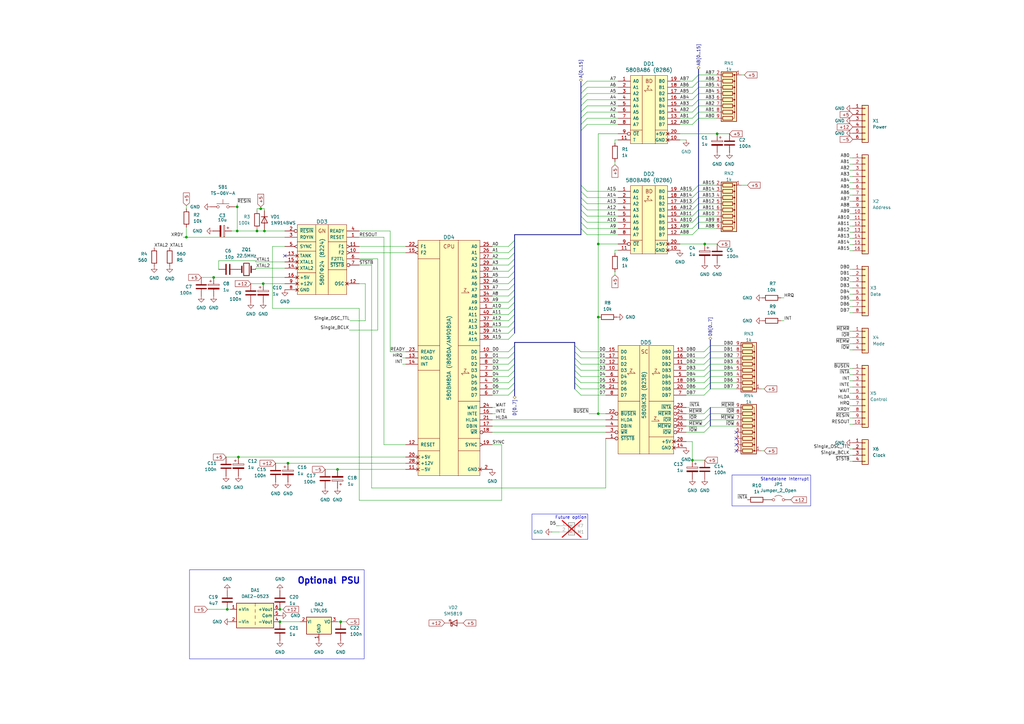
<source format=kicad_sch>
(kicad_sch (version 20231120) (generator "eeschema") (generator_version "8.0")
  (paper "A3")
  (title_block (title "Модуль процессорный 580ВМ80") (date "2025-12-21") (company "R2AKT") (comment 1 "R2AKT.467442.001") (comment 2 "R2AKT"))
  (lib_symbols
    (symbol "Connector_Generic:Conn_01x02" (pin_names (offset 1.016) hide)
      (property "Reference" "J" (at 0 2.54 0))
      (property "Value" "Conn_01x02" (at 0 -5.08 0))
      (symbol "Conn_01x02_1_1"
        (pin passive line (at -5.08 0 0) (length 3.81) (name "Pin_1") (number "1"))
        (pin passive line (at -5.08 -2.54 0) (length 3.81) (name "Pin_2") (number "2"))
      )
    )
    (symbol "Connector_Generic:Conn_01x04" (pin_names (offset 1.016) hide)
      (property "Reference" "J" (at 0 5.08 0))
      (property "Value" "Conn_01x04" (at 0 -7.62 0))
      (symbol "Conn_01x04_1_1"
        (pin passive line (at -5.08 2.54 0) (length 3.81) (name "Pin_1") (number "1"))
        (pin passive line (at -5.08 0 0) (length 3.81) (name "Pin_2") (number "2"))
        (pin passive line (at -5.08 -2.54 0) (length 3.81) (name "Pin_3") (number "3"))
        (pin passive line (at -5.08 -5.08 0) (length 3.81) (name "Pin_4") (number "4"))
      )
    )
    (symbol "Connector_Generic:Conn_01x06" (pin_names (offset 1.016) hide)
      (property "Reference" "J" (at 0 7.62 0))
      (property "Value" "Conn_01x06" (at 0 -10.16 0))
      (symbol "Conn_01x06_1_1"
        (pin passive line (at -5.08 5.08 0) (length 3.81) (name "Pin_1") (number "1"))
        (pin passive line (at -5.08 2.54 0) (length 3.81) (name "Pin_2") (number "2"))
        (pin passive line (at -5.08 0 0) (length 3.81) (name "Pin_3") (number "3"))
        (pin passive line (at -5.08 -2.54 0) (length 3.81) (name "Pin_4") (number "4"))
        (pin passive line (at -5.08 -5.08 0) (length 3.81) (name "Pin_5") (number "5"))
        (pin passive line (at -5.08 -7.62 0) (length 3.81) (name "Pin_6") (number "6"))
      )
    )
    (symbol "Connector_Generic:Conn_01x08" (pin_names (offset 1.016) hide)
      (property "Reference" "J" (at 0 10.16 0))
      (property "Value" "Conn_01x08" (at 0 -12.7 0))
      (symbol "Conn_01x08_1_1"
        (pin passive line (at -5.08 7.62 0) (length 3.81) (name "Pin_1") (number "1"))
        (pin passive line (at -5.08 5.08 0) (length 3.81) (name "Pin_2") (number "2"))
        (pin passive line (at -5.08 2.54 0) (length 3.81) (name "Pin_3") (number "3"))
        (pin passive line (at -5.08 0 0) (length 3.81) (name "Pin_4") (number "4"))
        (pin passive line (at -5.08 -2.54 0) (length 3.81) (name "Pin_5") (number "5"))
        (pin passive line (at -5.08 -5.08 0) (length 3.81) (name "Pin_6") (number "6"))
        (pin passive line (at -5.08 -7.62 0) (length 3.81) (name "Pin_7") (number "7"))
        (pin passive line (at -5.08 -10.16 0) (length 3.81) (name "Pin_8") (number "8"))
      )
    )
    (symbol "Connector_Generic:Conn_01x10" (pin_names (offset 1.016) hide)
      (property "Reference" "J" (at 0 12.7 0))
      (property "Value" "Conn_01x10" (at 0 -15.24 0))
      (symbol "Conn_01x10_1_1"
        (pin passive line (at -5.08 10.16 0) (length 3.81) (name "Pin_1") (number "1"))
        (pin passive line (at -5.08 -12.7 0) (length 3.81) (name "Pin_10") (number "10"))
        (pin passive line (at -5.08 7.62 0) (length 3.81) (name "Pin_2") (number "2"))
        (pin passive line (at -5.08 5.08 0) (length 3.81) (name "Pin_3") (number "3"))
        (pin passive line (at -5.08 2.54 0) (length 3.81) (name "Pin_4") (number "4"))
        (pin passive line (at -5.08 0 0) (length 3.81) (name "Pin_5") (number "5"))
        (pin passive line (at -5.08 -2.54 0) (length 3.81) (name "Pin_6") (number "6"))
        (pin passive line (at -5.08 -5.08 0) (length 3.81) (name "Pin_7") (number "7"))
        (pin passive line (at -5.08 -7.62 0) (length 3.81) (name "Pin_8") (number "8"))
        (pin passive line (at -5.08 -10.16 0) (length 3.81) (name "Pin_9") (number "9"))
      )
    )
    (symbol "Connector_Generic:Conn_01x16" (pin_names (offset 1.016) hide)
      (property "Reference" "J" (at 0 20.32 0))
      (property "Value" "Conn_01x16" (at 0 -22.86 0))
      (symbol "Conn_01x16_1_1"
        (pin passive line (at -5.08 17.78 0) (length 3.81) (name "Pin_1") (number "1"))
        (pin passive line (at -5.08 -5.08 0) (length 3.81) (name "Pin_10") (number "10"))
        (pin passive line (at -5.08 -7.62 0) (length 3.81) (name "Pin_11") (number "11"))
        (pin passive line (at -5.08 -10.16 0) (length 3.81) (name "Pin_12") (number "12"))
        (pin passive line (at -5.08 -12.7 0) (length 3.81) (name "Pin_13") (number "13"))
        (pin passive line (at -5.08 -15.24 0) (length 3.81) (name "Pin_14") (number "14"))
        (pin passive line (at -5.08 -17.78 0) (length 3.81) (name "Pin_15") (number "15"))
        (pin passive line (at -5.08 -20.32 0) (length 3.81) (name "Pin_16") (number "16"))
        (pin passive line (at -5.08 15.24 0) (length 3.81) (name "Pin_2") (number "2"))
        (pin passive line (at -5.08 12.7 0) (length 3.81) (name "Pin_3") (number "3"))
        (pin passive line (at -5.08 10.16 0) (length 3.81) (name "Pin_4") (number "4"))
        (pin passive line (at -5.08 7.62 0) (length 3.81) (name "Pin_5") (number "5"))
        (pin passive line (at -5.08 5.08 0) (length 3.81) (name "Pin_6") (number "6"))
        (pin passive line (at -5.08 2.54 0) (length 3.81) (name "Pin_7") (number "7"))
        (pin passive line (at -5.08 0 0) (length 3.81) (name "Pin_8") (number "8"))
        (pin passive line (at -5.08 -2.54 0) (length 3.81) (name "Pin_9") (number "9"))
      )
    )
    (symbol "Converter_DCDC:TBA1-0522E"
      (property "Reference" "U" (at -6.35 6.35 0))
      (property "Value" "TBA1-0522E" (at 2.54 6.35 0))
      (symbol "TBA1-0522E_1_1"
        (pin power_in line (at -10.16 2.54 0) (length 2.54) (name "+Vin") (number "1"))
        (pin power_in line (at -10.16 -2.54 0) (length 2.54) (name "-Vin") (number "2"))
        (pin power_out line (at 10.16 -2.54 180) (length 2.54) (name "-Vout") (number "4"))
        (pin power_out line (at 10.16 0 180) (length 2.54) (name "Com") (number "5"))
        (pin power_out line (at 10.16 2.54 180) (length 2.54) (name "+Vout") (number "6"))
      )
    )
    (symbol "Device:C" (pin_numbers hide) (pin_names (offset 0.254))
      (property "Reference" "C" (at 0.635 2.54 0))
      (property "Value" "C" (at 0.635 -2.54 0))
      (symbol "C_1_1"
        (pin passive line (at 0 3.81 270) (length 2.794) (name "~") (number "1"))
        (pin passive line (at 0 -3.81 90) (length 2.794) (name "~") (number "2"))
      )
    )
    (symbol "Device:C_Polarized" (pin_numbers hide) (pin_names (offset 0.254))
      (property "Reference" "C" (at 0.635 2.54 0))
      (property "Value" "C_Polarized" (at 0.635 -2.54 0))
      (symbol "C_Polarized_1_1"
        (pin passive line (at 0 3.81 270) (length 2.794) (name "~") (number "1"))
        (pin passive line (at 0 -3.81 90) (length 2.794) (name "~") (number "2"))
      )
    )
    (symbol "Device:Crystal" (pin_numbers hide) (pin_names (offset 1.016) hide)
      (property "Reference" "Y" (at 0 3.81 0))
      (property "Value" "Crystal" (at 0 -3.81 0))
      (symbol "Crystal_1_1"
        (pin passive line (at -3.81 0 0) (length 1.27) (name "1") (number "1"))
        (pin passive line (at 3.81 0 180) (length 1.27) (name "2") (number "2"))
      )
    )
    (symbol "Device:R" (pin_numbers hide) (pin_names (offset 0))
      (property "Reference" "R" (at 2.032 0 90))
      (property "Value" "R" (at 0 0 90))
      (symbol "R_1_1"
        (pin passive line (at 0 3.81 270) (length 1.27) (name "~") (number "1"))
        (pin passive line (at 0 -3.81 90) (length 1.27) (name "~") (number "2"))
      )
    )
    (symbol "Device:R_Network08" (pin_names (offset 0) hide)
      (property "Reference" "RN" (at -12.7 0 90))
      (property "Value" "R_Network08" (at 10.16 0 90))
      (symbol "R_Network08_1_1"
        (pin passive line (at -10.16 5.08 270) (length 2.54) (name "common") (number "1"))
        (pin passive line (at -10.16 -5.08 90) (length 1.27) (name "R1") (number "2"))
        (pin passive line (at -7.62 -5.08 90) (length 1.27) (name "R2") (number "3"))
        (pin passive line (at -5.08 -5.08 90) (length 1.27) (name "R3") (number "4"))
        (pin passive line (at -2.54 -5.08 90) (length 1.27) (name "R4") (number "5"))
        (pin passive line (at 0 -5.08 90) (length 1.27) (name "R5") (number "6"))
        (pin passive line (at 2.54 -5.08 90) (length 1.27) (name "R6") (number "7"))
        (pin passive line (at 5.08 -5.08 90) (length 1.27) (name "R7") (number "8"))
        (pin passive line (at 7.62 -5.08 90) (length 1.27) (name "R8") (number "9"))
      )
    )
    (symbol "Diode:1N5819WS" (pin_numbers hide) (pin_names (offset 1.016) hide)
      (property "Reference" "D" (at 0 2.54 0))
      (property "Value" "1N5819WS" (at 0 -2.54 0))
      (symbol "1N5819WS_1_1"
        (pin passive line (at -3.81 0 0) (length 2.54) (name "K") (number "1"))
        (pin passive line (at 3.81 0 180) (length 2.54) (name "A") (number "2"))
      )
    )
    (symbol "Diode:1N914WT" (pin_numbers hide) (pin_names hide)
      (property "Reference" "D" (at 0 2.54 0))
      (property "Value" "1N914WT" (at 0 -2.54 0))
      (symbol "1N914WT_1_1"
        (pin passive line (at -3.81 0 0) (length 2.54) (name "K") (number "1"))
        (pin passive line (at 3.81 0 180) (length 2.54) (name "A") (number "2"))
      )
    )
    (symbol "Jumper:Jumper_2_Open" (pin_numbers hide) (pin_names (offset 0) hide) (exclude_from_sim yes)
      (property "Reference" "JP" (at 0 2.794 0))
      (property "Value" "Jumper_2_Open" (at 0 -2.286 0))
      (symbol "Jumper_2_Open_1_1"
        (pin passive line (at -5.08 0 0) (length 2.54) (name "A") (number "1"))
        (pin passive line (at 5.08 0 180) (length 2.54) (name "B") (number "2"))
      )
    )
    (symbol "Regulator_Linear:L79L05_SOT89" (pin_names (offset 0.254))
      (property "Reference" "U" (at -3.81 -3.175 0))
      (property "Value" "L79L05_SOT89" (at 0 -3.175 0))
      (symbol "L79L05_SOT89_1_1"
        (pin power_in line (at 0 7.62 270) (length 2.54) (name "GND") (number "1"))
        (pin power_in line (at -7.62 0 0) (length 2.54) (name "VI") (number "2"))
        (pin power_out line (at 7.62 0 180) (length 2.54) (name "VO") (number "3"))
      )
    )
    (symbol "Switch:SW_Push" (pin_numbers hide) (pin_names (offset 1.016) hide)
      (property "Reference" "SW" (at 1.27 2.54 0))
      (property "Value" "SW_Push" (at 0 -1.524 0))
      (symbol "SW_Push_0_1"
        (pin passive line (at -5.08 0 0) (length 2.54) (name "1") (number "1"))
        (pin passive line (at 5.08 0 180) (length 2.54) (name "2") (number "2"))
      )
    )
    (symbol "power:GND" (power) (pin_numbers hide) (pin_names (offset 0) hide)
      (property "Value" "GND" (at 0 -3.81 0))
      (symbol "GND_1_1"
        (pin power_in line (at 0 0 270) (length 0) (name "~") (number "1"))
      )
    )
    (symbol "К580-К1810-К1821:580ВА86" (pin_names (offset 1.016))
      (property "Reference" "DD" (at -0.508 15.494 0))
      (property "Value" "580ВА86 (8286)" (at -0.254 -2.794 90))
      (symbol "580ВА86_0_0"
        (text "BD" (at 0 11.43 0) (effects (font (size 1.524 1.524))))
      )
      (symbol "580ВА86_0_1"
        (pin input line (at -12.7 -12.7 0) (length 5.08) (name "T") (number "11"))
        (pin input inverted (at -12.7 -10.16 0) (length 5.08) (name "~{OE}") (number "9"))
      )
      (symbol "580ВА86_1_0"
        (text "Z" (at -0.381 8.763 0) (effects (font (size 1.27 1.27))))
      )
      (symbol "580ВА86_1_1"
        (pin tri_state line (at -12.7 11.43 0) (length 5.08) (name "A0") (number "1"))
        (pin power_in non_logic (at 12.7 -12.7 180) (length 5.08) (name "GND") (number "10"))
        (pin tri_state line (at 12.7 -6.35 180) (length 5.08) (name "B7") (number "12"))
        (pin tri_state line (at 12.7 -3.81 180) (length 5.08) (name "B6") (number "13"))
        (pin tri_state line (at 12.7 -1.27 180) (length 5.08) (name "B5") (number "14"))
        (pin tri_state line (at 12.7 1.27 180) (length 5.08) (name "B4") (number "15"))
        (pin tri_state line (at 12.7 3.81 180) (length 5.08) (name "B3") (number "16"))
        (pin tri_state line (at 12.7 6.35 180) (length 5.08) (name "B2") (number "17"))
        (pin tri_state line (at 12.7 8.89 180) (length 5.08) (name "B1") (number "18"))
        (pin tri_state line (at 12.7 11.43 180) (length 5.08) (name "B0") (number "19"))
        (pin tri_state line (at -12.7 8.89 0) (length 5.08) (name "A1") (number "2"))
        (pin power_in non_logic (at 12.7 -10.16 180) (length 5.08) (name "+5V") (number "20"))
        (pin tri_state line (at -12.7 6.35 0) (length 5.08) (name "A2") (number "3"))
        (pin tri_state line (at -12.7 3.81 0) (length 5.08) (name "A3") (number "4"))
        (pin tri_state line (at -12.7 1.27 0) (length 5.08) (name "A4") (number "5"))
        (pin tri_state line (at -12.7 -1.27 0) (length 5.08) (name "A5") (number "6"))
        (pin tri_state line (at -12.7 -3.81 0) (length 5.08) (name "A6") (number "7"))
        (pin tri_state line (at -12.7 -6.35 0) (length 5.08) (name "A7") (number "8"))
      )
    )
    (symbol "К580-К1810-К1821:580ВК38" (pin_names (offset 1.016))
      (property "Reference" "DD" (at -1.27 24.13 0))
      (property "Value" "580ВК38 (8238)" (at -0.508 0 90))
      (symbol "580ВК38_0_0"
        (text "SC" (at -0.508 19.05 0) (effects (font (size 1.524 1.524))))
      )
      (symbol "580ВК38_0_1"
        (pin bidirectional line (at -16.51 11.43 0) (length 5.08) (name "D3") (number "10"))
        (pin bidirectional line (at -16.51 13.97 0) (length 5.08) (name "D2") (number "12"))
        (pin bidirectional line (at -16.51 19.05 0) (length 5.08) (name "D0") (number "15"))
        (pin bidirectional line (at -16.51 16.51 0) (length 5.08) (name "D1") (number "17"))
        (pin bidirectional line (at -16.51 6.35 0) (length 5.08) (name "D5") (number "19"))
        (pin input line (at -16.51 -8.89 0) (length 5.08) (name "HLDA") (number "2"))
        (pin bidirectional line (at -16.51 3.81 0) (length 5.08) (name "D6") (number "21"))
        (pin input inverted (at -16.51 -6.35 0) (length 5.08) (name "~{BUSEN}") (number "22"))
        (pin output inverted (at 16.51 -3.81 180) (length 5.08) (name "~{INTA}") (number "23"))
        (pin bidirectional line (at -16.51 8.89 0) (length 5.08) (name "D4") (number "6"))
        (pin bidirectional line (at -16.51 1.27 0) (length 5.08) (name "D7") (number "8"))
      )
      (symbol "580ВК38_1_0"
        (text "Z" (at -6.096 11.303 0) (effects (font (size 1.27 1.27))))
        (text "Z" (at 3.81 -8.255 0) (effects (font (size 1.27 1.27))))
        (text "Z" (at 4.064 11.303 0) (effects (font (size 1.27 1.27))))
      )
      (symbol "580ВК38_1_1"
        (pin input inverted (at -16.51 -16.51 0) (length 5.08) (name "~{STSTB}") (number "1"))
        (pin tri_state line (at 16.51 13.97 180) (length 5.08) (name "DB2") (number "11"))
        (pin tri_state line (at 16.51 19.05 180) (length 5.08) (name "DB0") (number "13"))
        (pin power_in non_logic (at 16.51 -20.32 180) (length 5.08) (name "GND") (number "14"))
        (pin tri_state line (at 16.51 16.51 180) (length 5.08) (name "DB1") (number "16"))
        (pin tri_state line (at 16.51 6.35 180) (length 5.08) (name "DB5") (number "18"))
        (pin tri_state line (at 16.51 3.81 180) (length 5.08) (name "DB6") (number "20"))
        (pin output inverted (at 16.51 -6.35 180) (length 5.08) (name "~{MEMR}") (number "24"))
        (pin output inverted (at 16.51 -8.89 180) (length 5.08) (name "~{IOR}") (number "25"))
        (pin output inverted (at 16.51 -11.43 180) (length 5.08) (name "~{MEMW}") (number "26"))
        (pin output inverted (at 16.51 -13.97 180) (length 5.08) (name "~{IOW}") (number "27"))
        (pin power_in non_logic (at 16.51 -17.78 180) (length 5.08) (name "+5V") (number "28"))
        (pin input inverted (at -16.51 -13.97 0) (length 5.08) (name "~{WR}") (number "3"))
        (pin input line (at -16.51 -11.43 0) (length 5.08) (name "DBIN") (number "4"))
        (pin tri_state line (at 16.51 8.89 180) (length 5.08) (name "DB4") (number "5"))
        (pin tri_state line (at 16.51 1.27 180) (length 5.08) (name "DB7") (number "7"))
        (pin tri_state line (at 16.51 11.43 180) (length 5.08) (name "DB3") (number "9"))
      )
    )
    (symbol "К580-К1810-К1821:580ВМ80А" (pin_names (offset 1.016))
      (property "Reference" "DD" (at 0 50.8 0))
      (property "Value" "580ВМ80A (i8080A/AM9080A)" (at 0.254 -0.254 90))
      (symbol "580ВМ80А_0_0"
        (text "CPU" (at 0 45.72 0) (effects (font (size 1.524 1.524))))
      )
      (symbol "580ВМ80А_0_1"
        (pin output line (at 17.78 20.32 180) (length 5.08) (name "A10") (number "1"))
        (pin bidirectional line (at 17.78 2.54 180) (length 5.08) (name "D0") (number "10"))
        (pin input line (at -17.78 -35.56 0) (length 5.08) (name "RESET") (number "12"))
        (pin input line (at -17.78 0 0) (length 5.08) (name "HOLD") (number "13"))
        (pin input line (at -17.78 -2.54 0) (length 5.08) (name "INT") (number "14"))
        (pin output line (at 17.78 -22.86 180) (length 5.08) (name "INTE") (number "16"))
        (pin output line (at 17.78 -27.94 180) (length 5.08) (name "DBIN") (number "17"))
        (pin output inverted (at 17.78 -30.48 180) (length 5.08) (name "~{WR}") (number "18"))
        (pin output line (at 17.78 -25.4 180) (length 5.08) (name "HLDA") (number "21"))
        (pin input line (at -17.78 2.54 0) (length 5.08) (name "READY") (number "23"))
        (pin output line (at 17.78 -20.32 180) (length 5.08) (name "WAIT") (number "24"))
        (pin output line (at 17.78 45.72 180) (length 5.08) (name "A0") (number "25"))
        (pin output line (at 17.78 43.18 180) (length 5.08) (name "A1") (number "26"))
        (pin output line (at 17.78 40.64 180) (length 5.08) (name "A2") (number "27"))
        (pin output line (at 17.78 38.1 180) (length 5.08) (name "A3") (number "29"))
        (pin bidirectional line (at 17.78 -7.62 180) (length 5.08) (name "D4") (number "3"))
        (pin output line (at 17.78 35.56 180) (length 5.08) (name "A4") (number "30"))
        (pin output line (at 17.78 33.02 180) (length 5.08) (name "A5") (number "31"))
        (pin output line (at 17.78 30.48 180) (length 5.08) (name "A6") (number "32"))
        (pin output line (at 17.78 27.94 180) (length 5.08) (name "A7") (number "33"))
        (pin output line (at 17.78 25.4 180) (length 5.08) (name "A8") (number "34"))
        (pin output line (at 17.78 22.86 180) (length 5.08) (name "A9") (number "35"))
        (pin output line (at 17.78 7.62 180) (length 5.08) (name "A15") (number "36"))
        (pin output line (at 17.78 15.24 180) (length 5.08) (name "A12") (number "37"))
        (pin output line (at 17.78 12.7 180) (length 5.08) (name "A13") (number "38"))
        (pin output line (at 17.78 10.16 180) (length 5.08) (name "A14") (number "39"))
        (pin bidirectional line (at 17.78 -10.16 180) (length 5.08) (name "D5") (number "4"))
        (pin output line (at 17.78 17.78 180) (length 5.08) (name "A11") (number "40"))
        (pin bidirectional line (at 17.78 -12.7 180) (length 5.08) (name "D6") (number "5"))
        (pin bidirectional line (at 17.78 -15.24 180) (length 5.08) (name "D7") (number "6"))
        (pin bidirectional line (at 17.78 -5.08 180) (length 5.08) (name "D3") (number "7"))
        (pin bidirectional line (at 17.78 -2.54 180) (length 5.08) (name "D2") (number "8"))
        (pin bidirectional line (at 17.78 0 180) (length 5.08) (name "D1") (number "9"))
      )
      (symbol "580ВМ80А_1_0"
        (text "Z" (at 6.604 -5.207 0) (effects (font (size 1.27 1.27))))
        (text "Z" (at 6.604 27.813 0) (effects (font (size 1.27 1.27))))
      )
      (symbol "580ВМ80А_1_1"
        (pin power_in non_logic (at -17.78 -45.72 0) (length 5.08) (name "-5V") (number "11"))
        (pin input edge_clock_high (at -17.78 43.18 0) (length 5.08) (name "F2") (number "15"))
        (pin output edge_clock_high (at 17.78 -35.56 180) (length 5.08) (name "SYNC") (number "19"))
        (pin power_in non_logic (at 17.78 -45.72 180) (length 5.08) (name "GND") (number "2"))
        (pin power_in non_logic (at -17.78 -40.64 0) (length 5.08) (name "+5V") (number "20"))
        (pin input edge_clock_high (at -17.78 45.72 0) (length 5.08) (name "F1") (number "22"))
        (pin power_in non_logic (at -17.78 -43.18 0) (length 5.08) (name "+12V") (number "28"))
      )
    )
    (symbol "К580-К1810-К1821:580ГФ24" (pin_names (offset 1.016))
      (property "Reference" "DD" (at 0 16.51 0))
      (property "Value" "580ГФ24 (D8284)" (at 0 -2.286 90))
      (symbol "580ГФ24_0_0"
        (text "GN" (at 0 11.43 0) (effects (font (size 1.524 1.524))))
      )
      (symbol "580ГФ24_1_1"
        (pin output line (at 15.24 8.89 180) (length 5.08) (name "RESET") (number "1"))
        (pin output edge_clock_high (at 15.24 2.54 180) (length 5.08) (name "F2") (number "10"))
        (pin output edge_clock_high (at 15.24 5.08 180) (length 5.08) (name "F1") (number "11"))
        (pin output non_logic (at 15.24 -10.16 180) (length 5.08) (name "OSC") (number "12"))
        (pin input non_logic (at -15.24 1.27 0) (length 5.08) (name "TANK") (number "13"))
        (pin input non_logic (at -15.24 -3.81 0) (length 5.08) (name "XTAL2") (number "14"))
        (pin input non_logic (at -15.24 -1.27 0) (length 5.08) (name "XTAL1") (number "15"))
        (pin power_in non_logic (at -15.24 -7.62 0) (length 5.08) (name "+5V") (number "16"))
        (pin input inverted (at -15.24 11.43 0) (length 5.08) (name "~{RESIN}") (number "2"))
        (pin input line (at -15.24 8.89 0) (length 5.08) (name "RDYIN") (number "3"))
        (pin output line (at 15.24 11.43 180) (length 5.08) (name "READY") (number "4"))
        (pin input edge_clock_high (at -15.24 5.08 0) (length 5.08) (name "SYNC") (number "5"))
        (pin output line (at 15.24 0 180) (length 5.08) (name "F2TTL") (number "6"))
        (pin output inverted (at 15.24 -2.54 180) (length 5.08) (name "~{STSTB}") (number "7"))
        (pin power_in non_logic (at -15.24 -12.7 0) (length 5.08) (name "GND") (number "8"))
        (pin power_in non_logic (at -15.24 -10.16 0) (length 5.08) (name "+12V") (number "9"))
      )
    )
  )
  (junction (at 114.808 255.016))
  (junction (at 289.052 100.076))
  (junction (at 97.79 187.452))
  (junction (at 138.43 192.532))
  (junction (at 283.972 188.722))
  (junction (at 108.458 94.742))
  (junction (at 114.808 249.936))
  (junction (at 87.63 113.792))
  (junction (at 139.7 255.016))
  (junction (at 76.454 97.282))
  (junction (at 105.41 94.742))
  (junction (at 294.132 54.864))
  (junction (at 245.364 169.672))
  (junction (at 245.364 100.076))
  (junction (at 107.95 116.332))
  (junction (at 245.364 130.048))
  (junction (at 93.218 249.936))
  (junction (at 97.282 84.836))
  (junction (at 106.934 85.598))
  (junction (at 97.282 94.742))
  (junction (at 118.11 189.992))
  (no_connect (at 302.006 177.292))
  (no_connect (at 302.006 182.372))
  (no_connect (at 116.84 104.902))
  (no_connect (at 302.006 184.912))
  (no_connect (at 302.006 179.832))
  (bus_entry (at 238.252 154.432) (size -2.54 -2.54))
  (bus_entry (at 238.252 51.054) (size 2.54 -2.54))
  (bus_entry (at 238.252 88.646) (size 2.54 2.54))
  (bus_entry (at 291.338 159.512) (size -2.54 2.54))
  (bus_entry (at 238.252 78.486) (size 2.54 2.54))
  (bus_entry (at 208.534 123.952) (size 2.54 -2.54))
  (bus_entry (at 208.534 118.872) (size 2.54 -2.54))
  (bus_entry (at 238.252 45.974) (size 2.54 -2.54))
  (bus_entry (at 208.534 113.792) (size 2.54 -2.54))
  (bus_entry (at 238.252 40.894) (size 2.54 -2.54))
  (bus_entry (at 238.252 35.814) (size 2.54 -2.54))
  (bus_entry (at 286.512 88.646) (size -2.54 2.54))
  (bus_entry (at 208.534 103.632) (size 2.54 -2.54))
  (bus_entry (at 238.252 162.052) (size -2.54 -2.54))
  (bus_entry (at 208.534 116.332) (size 2.54 -2.54))
  (bus_entry (at 208.534 151.892) (size 2.54 -2.54))
  (bus_entry (at 238.252 156.972) (size -2.54 -2.54))
  (bus_entry (at 286.512 78.486) (size -2.54 2.54))
  (bus_entry (at 286.512 91.186) (size -2.54 2.54))
  (bus_entry (at 208.534 154.432) (size 2.54 -2.54))
  (bus_entry (at 208.534 108.712) (size 2.54 -2.54))
  (bus_entry (at 291.338 156.972) (size -2.54 2.54))
  (bus_entry (at 208.534 106.172) (size 2.54 -2.54))
  (bus_entry (at 238.252 38.354) (size 2.54 -2.54))
  (bus_entry (at 238.252 151.892) (size -2.54 -2.54))
  (bus_entry (at 208.534 121.412) (size 2.54 -2.54))
  (bus_entry (at 286.512 81.026) (size -2.54 2.54))
  (bus_entry (at 291.338 151.892) (size -2.54 2.54))
  (bus_entry (at 208.534 144.272) (size 2.54 -2.54))
  (bus_entry (at 286.512 75.946) (size -2.54 2.54))
  (bus_entry (at 238.252 53.594) (size 2.54 -2.54))
  (bus_entry (at 208.534 149.352) (size 2.54 -2.54))
  (bus_entry (at 208.534 156.972) (size 2.54 -2.54))
  (bus_entry (at 286.512 38.354) (size -2.54 2.54))
  (bus_entry (at 291.338 154.432) (size -2.54 2.54))
  (bus_entry (at 286.512 48.514) (size -2.54 2.54))
  (bus_entry (at 238.252 146.812) (size -2.54 -2.54))
  (bus_entry (at 238.252 91.186) (size 2.54 2.54))
  (bus_entry (at 286.512 40.894) (size -2.54 2.54))
  (bus_entry (at 286.512 30.734) (size -2.54 2.54))
  (bus_entry (at 291.338 141.732) (size -2.54 2.54))
  (bus_entry (at 238.252 149.352) (size -2.54 -2.54))
  (bus_entry (at 286.512 83.566) (size -2.54 2.54))
  (bus_entry (at 238.252 43.434) (size 2.54 -2.54))
  (bus_entry (at 291.338 144.272) (size -2.54 2.54))
  (bus_entry (at 238.252 159.512) (size -2.54 -2.54))
  (bus_entry (at 208.534 134.112) (size 2.54 -2.54))
  (bus_entry (at 208.534 111.252) (size 2.54 -2.54))
  (bus_entry (at 286.512 45.974) (size -2.54 2.54))
  (bus_entry (at 291.338 146.812) (size -2.54 2.54))
  (bus_entry (at 291.338 149.352) (size -2.54 2.54))
  (bus_entry (at 286.512 86.106) (size -2.54 2.54))
  (bus_entry (at 208.534 126.492) (size 2.54 -2.54))
  (bus_entry (at 208.534 136.652) (size 2.54 -2.54))
  (bus_entry (at 288.798 169.672) (size 2.54 -2.54))
  (bus_entry (at 286.512 93.726) (size -2.54 2.54))
  (bus_entry (at 238.252 81.026) (size 2.54 2.54))
  (bus_entry (at 238.252 75.946) (size 2.54 2.54))
  (bus_entry (at 288.798 172.212) (size 2.54 -2.54))
  (bus_entry (at 288.798 177.292) (size 2.54 -2.54))
  (bus_entry (at 288.798 174.752) (size 2.54 -2.54))
  (bus_entry (at 208.534 162.052) (size 2.54 -2.54))
  (bus_entry (at 238.252 83.566) (size 2.54 2.54))
  (bus_entry (at 238.252 93.726) (size 2.54 2.54))
  (bus_entry (at 208.534 139.192) (size 2.54 -2.54))
  (bus_entry (at 286.512 33.274) (size -2.54 2.54))
  (bus_entry (at 208.534 101.092) (size 2.54 -2.54))
  (bus_entry (at 208.534 159.512) (size 2.54 -2.54))
  (bus_entry (at 238.252 144.272) (size -2.54 -2.54))
  (bus_entry (at 238.252 86.106) (size 2.54 2.54))
  (bus_entry (at 238.252 48.514) (size 2.54 -2.54))
  (bus_entry (at 208.534 146.812) (size 2.54 -2.54))
  (bus_entry (at 208.534 131.572) (size 2.54 -2.54))
  (bus_entry (at 208.534 129.032) (size 2.54 -2.54))
  (bus_entry (at 286.512 43.434) (size -2.54 2.54))
  (bus_entry (at 286.512 35.814) (size -2.54 2.54))
  (wire (pts (xy 348.488 166.37) (xy 349.758 166.37)))
  (wire (pts (xy 97.282 94.742) (xy 94.996 94.742)))
  (bus (pts (xy 211.074 134.112) (xy 211.074 131.572)))
  (bus (pts (xy 211.074 118.872) (xy 211.074 116.332)))
  (wire (pts (xy 349.758 115.57) (xy 348.488 115.57)))
  (wire (pts (xy 349.758 128.27) (xy 348.488 128.27)))
  (wire (pts (xy 240.792 38.354) (xy 253.492 38.354)))
  (wire (pts (xy 116.84 101.092) (xy 111.76 101.092)))
  (wire (pts (xy 201.93 154.432) (xy 208.534 154.432)))
  (bus (pts (xy 286.512 91.186) (xy 286.512 93.726)))
  (wire (pts (xy 283.972 35.814) (xy 278.892 35.814)))
  (wire (pts (xy 245.364 100.076) (xy 245.364 130.048)))
  (bus (pts (xy 235.712 140.462) (xy 235.712 141.732)))
  (wire (pts (xy 201.93 101.092) (xy 208.534 101.092)))
  (wire (pts (xy 278.892 96.266) (xy 283.972 96.266)))
  (wire (pts (xy 245.364 169.672) (xy 248.412 169.672)))
  (wire (pts (xy 201.93 106.172) (xy 208.534 106.172)))
  (bus (pts (xy 291.338 167.132) (xy 291.338 169.672)))
  (bus (pts (xy 286.512 43.434) (xy 286.512 45.974)))
  (wire (pts (xy 291.338 141.732) (xy 302.006 141.732)))
  (bus (pts (xy 235.712 146.812) (xy 235.712 144.272)))
  (wire (pts (xy 349.758 85.09) (xy 348.488 85.09)))
  (wire (pts (xy 349.758 125.73) (xy 348.488 125.73)))
  (bus (pts (xy 286.512 83.566) (xy 286.512 86.106)))
  (wire (pts (xy 252.222 102.616) (xy 252.222 103.886)))
  (wire (pts (xy 75.184 97.282) (xy 76.454 97.282)))
  (bus (pts (xy 286.512 81.026) (xy 286.512 83.566)))
  (wire (pts (xy 108.458 85.598) (xy 108.458 86.36)))
  (wire (pts (xy 201.93 121.412) (xy 208.534 121.412)))
  (wire (pts (xy 97.282 83.566) (xy 97.282 84.836)))
  (wire (pts (xy 133.35 192.532) (xy 138.43 192.532)))
  (wire (pts (xy 93.218 249.936) (xy 94.488 249.936)))
  (wire (pts (xy 147.32 205.232) (xy 205.74 205.232)))
  (bus (pts (xy 238.252 78.486) (xy 238.252 81.026)))
  (wire (pts (xy 281.432 159.512) (xy 288.798 159.512)))
  (wire (pts (xy 104.902 106.934) (xy 89.662 106.934)))
  (bus (pts (xy 291.338 141.732) (xy 291.338 144.272)))
  (wire (pts (xy 283.972 51.054) (xy 278.892 51.054)))
  (wire (pts (xy 154.94 106.172) (xy 154.94 135.382)))
  (wire (pts (xy 118.11 189.992) (xy 166.37 189.992)))
  (bus (pts (xy 211.074 116.332) (xy 211.074 113.792)))
  (bus (pts (xy 238.252 33.528) (xy 238.252 35.814)))
  (bus (pts (xy 235.712 156.972) (xy 235.712 154.432)))
  (bus (pts (xy 211.074 108.712) (xy 211.074 111.252)))
  (wire (pts (xy 201.93 123.952) (xy 208.534 123.952)))
  (bus (pts (xy 211.074 156.972) (xy 211.074 154.432)))
  (bus (pts (xy 235.712 144.272) (xy 235.712 141.732)))
  (bus (pts (xy 211.074 126.492) (xy 211.074 123.952)))
  (wire (pts (xy 108.458 93.98) (xy 108.458 94.742)))
  (wire (pts (xy 138.43 255.016) (xy 139.7 255.016)))
  (wire (pts (xy 248.412 146.812) (xy 238.252 146.812)))
  (bus (pts (xy 286.512 40.894) (xy 286.512 43.434)))
  (bus (pts (xy 238.252 51.054) (xy 238.252 53.594)))
  (wire (pts (xy 201.93 177.292) (xy 248.412 177.292)))
  (wire (pts (xy 349.758 82.55) (xy 348.488 82.55)))
  (wire (pts (xy 205.74 182.372) (xy 201.93 182.372)))
  (wire (pts (xy 152.4 108.712) (xy 147.32 108.712)))
  (wire (pts (xy 102.87 116.332) (xy 107.95 116.332)))
  (wire (pts (xy 278.892 86.106) (xy 283.972 86.106)))
  (wire (pts (xy 228.092 215.646) (xy 229.362 215.646)))
  (wire (pts (xy 208.534 136.652) (xy 201.93 136.652)))
  (bus (pts (xy 286.512 33.274) (xy 286.512 35.814)))
  (bus (pts (xy 286.512 78.486) (xy 286.512 81.026)))
  (wire (pts (xy 76.454 97.282) (xy 116.84 97.282)))
  (wire (pts (xy 252.222 57.404) (xy 252.222 58.674)))
  (wire (pts (xy 281.432 146.812) (xy 288.798 146.812)))
  (wire (pts (xy 349.758 123.19) (xy 348.488 123.19)))
  (wire (pts (xy 87.63 113.792) (xy 116.84 113.792)))
  (wire (pts (xy 286.512 48.514) (xy 293.878 48.514)))
  (wire (pts (xy 111.76 101.092) (xy 111.76 126.492)))
  (wire (pts (xy 201.93 151.892) (xy 208.534 151.892)))
  (wire (pts (xy 253.492 54.864) (xy 245.364 54.864)))
  (wire (pts (xy 286.512 43.434) (xy 293.878 43.434)))
  (wire (pts (xy 92.71 187.452) (xy 97.79 187.452)))
  (wire (pts (xy 248.412 162.052) (xy 238.252 162.052)))
  (bus (pts (xy 211.074 101.092) (xy 211.074 103.632)))
  (bus (pts (xy 211.074 123.952) (xy 211.074 121.412)))
  (wire (pts (xy 283.972 45.974) (xy 278.892 45.974)))
  (wire (pts (xy 286.512 40.894) (xy 293.878 40.894)))
  (wire (pts (xy 321.564 131.572) (xy 320.294 131.572)))
  (wire (pts (xy 349.758 186.69) (xy 348.488 186.69)))
  (wire (pts (xy 349.758 80.01) (xy 348.488 80.01)))
  (bus (pts (xy 286.512 48.514) (xy 286.512 75.946)))
  (wire (pts (xy 349.758 138.43) (xy 348.488 138.43)))
  (wire (pts (xy 105.41 94.742) (xy 108.458 94.742)))
  (wire (pts (xy 105.41 93.98) (xy 105.41 94.742)))
  (wire (pts (xy 291.338 144.272) (xy 302.006 144.272)))
  (bus (pts (xy 211.074 140.462) (xy 235.712 140.462)))
  (bus (pts (xy 238.252 75.946) (xy 238.252 78.486)))
  (wire (pts (xy 253.492 88.646) (xy 240.792 88.646)))
  (wire (pts (xy 349.758 102.87) (xy 348.488 102.87)))
  (wire (pts (xy 97.79 187.452) (xy 166.37 187.452)))
  (bus (pts (xy 235.712 154.432) (xy 235.712 151.892)))
  (wire (pts (xy 349.758 74.93) (xy 348.488 74.93)))
  (wire (pts (xy 241.554 169.672) (xy 245.364 169.672)))
  (bus (pts (xy 211.074 149.352) (xy 211.074 146.812)))
  (wire (pts (xy 283.972 38.354) (xy 278.892 38.354)))
  (wire (pts (xy 201.93 116.332) (xy 208.534 116.332)))
  (wire (pts (xy 299.212 54.864) (xy 294.132 54.864)))
  (wire (pts (xy 281.432 151.892) (xy 288.798 151.892)))
  (wire (pts (xy 283.972 43.434) (xy 278.892 43.434)))
  (wire (pts (xy 85.09 249.936) (xy 93.218 249.936)))
  (wire (pts (xy 106.934 85.598) (xy 108.458 85.598)))
  (bus (pts (xy 211.074 103.632) (xy 211.074 106.172)))
  (wire (pts (xy 253.492 51.054) (xy 240.792 51.054)))
  (bus (pts (xy 238.252 43.434) (xy 238.252 45.974)))
  (wire (pts (xy 349.758 77.47) (xy 348.488 77.47)))
  (bus (pts (xy 286.512 35.814) (xy 286.512 38.354)))
  (wire (pts (xy 108.458 94.742) (xy 116.84 94.742)))
  (bus (pts (xy 238.252 45.974) (xy 238.252 48.514)))
  (wire (pts (xy 286.512 45.974) (xy 293.878 45.974)))
  (wire (pts (xy 349.758 110.49) (xy 348.488 110.49)))
  (wire (pts (xy 289.052 100.076) (xy 278.892 100.076)))
  (wire (pts (xy 286.512 33.274) (xy 293.878 33.274)))
  (wire (pts (xy 349.758 118.11) (xy 348.488 118.11)))
  (wire (pts (xy 201.93 146.812) (xy 208.534 146.812)))
  (bus (pts (xy 291.338 154.432) (xy 291.338 156.972)))
  (wire (pts (xy 291.338 151.892) (xy 302.006 151.892)))
  (bus (pts (xy 211.074 98.552) (xy 211.074 101.092)))
  (wire (pts (xy 154.94 135.382) (xy 143.256 135.382)))
  (wire (pts (xy 201.93 111.252) (xy 208.534 111.252)))
  (bus (pts (xy 211.074 113.792) (xy 211.074 111.252)))
  (wire (pts (xy 349.758 69.85) (xy 348.488 69.85)))
  (wire (pts (xy 157.48 182.372) (xy 166.37 182.372)))
  (wire (pts (xy 349.758 153.67) (xy 348.488 153.67)))
  (wire (pts (xy 240.792 81.026) (xy 253.492 81.026)))
  (wire (pts (xy 348.488 168.91) (xy 349.758 168.91)))
  (wire (pts (xy 349.758 173.99) (xy 348.488 173.99)))
  (bus (pts (xy 211.074 136.652) (xy 211.074 134.112)))
  (bus (pts (xy 238.252 93.726) (xy 238.252 91.186)))
  (bus (pts (xy 211.074 151.892) (xy 211.074 149.352)))
  (bus (pts (xy 211.074 159.512) (xy 211.074 156.972)))
  (wire (pts (xy 349.758 100.33) (xy 348.488 100.33)))
  (bus (pts (xy 238.252 88.646) (xy 238.252 86.106)))
  (wire (pts (xy 165.1 149.352) (xy 166.37 149.352)))
  (wire (pts (xy 106.934 84.836) (xy 106.934 85.598)))
  (wire (pts (xy 149.86 131.572) (xy 143.51 131.572)))
  (wire (pts (xy 278.892 91.186) (xy 283.972 91.186)))
  (wire (pts (xy 281.432 174.752) (xy 288.798 174.752)))
  (bus (pts (xy 286.512 45.974) (xy 286.512 48.514)))
  (wire (pts (xy 278.892 83.566) (xy 283.972 83.566)))
  (wire (pts (xy 201.93 108.712) (xy 208.534 108.712)))
  (wire (pts (xy 278.892 57.404) (xy 281.432 57.404)))
  (wire (pts (xy 76.454 84.328) (xy 76.454 85.598)))
  (wire (pts (xy 240.792 96.266) (xy 253.492 96.266)))
  (wire (pts (xy 139.7 255.016) (xy 141.986 255.016)))
  (bus (pts (xy 211.074 144.272) (xy 211.074 141.732)))
  (wire (pts (xy 240.792 33.274) (xy 253.492 33.274)))
  (wire (pts (xy 240.792 91.186) (xy 253.492 91.186)))
  (bus (pts (xy 291.338 149.352) (xy 291.338 151.892)))
  (wire (pts (xy 349.758 120.65) (xy 348.488 120.65)))
  (bus (pts (xy 238.252 81.026) (xy 238.252 83.566)))
  (wire (pts (xy 104.902 109.982) (xy 116.84 109.982)))
  (wire (pts (xy 349.758 113.03) (xy 348.488 113.03)))
  (wire (pts (xy 226.314 218.186) (xy 229.362 218.186)))
  (wire (pts (xy 306.578 75.946) (xy 304.038 75.946)))
  (wire (pts (xy 245.364 54.864) (xy 245.364 100.076)))
  (wire (pts (xy 286.512 38.354) (xy 293.878 38.354)))
  (wire (pts (xy 305.308 30.734) (xy 304.038 30.734)))
  (bus (pts (xy 235.712 151.892) (xy 235.712 149.352)))
  (wire (pts (xy 348.488 161.29) (xy 349.758 161.29)))
  (wire (pts (xy 252.222 112.776) (xy 252.222 111.506)))
  (wire (pts (xy 113.03 189.992) (xy 118.11 189.992)))
  (wire (pts (xy 283.972 188.722) (xy 289.052 188.722)))
  (wire (pts (xy 105.41 86.36) (xy 105.41 85.598)))
  (wire (pts (xy 82.55 113.792) (xy 87.63 113.792)))
  (wire (pts (xy 104.902 107.442) (xy 116.84 107.442)))
  (wire (pts (xy 278.892 54.864) (xy 294.132 54.864)))
  (bus (pts (xy 211.074 162.306) (xy 211.074 159.512)))
  (bus (pts (xy 286.512 88.646) (xy 286.512 91.186)))
  (wire (pts (xy 349.758 143.51) (xy 348.488 143.51)))
  (bus (pts (xy 211.074 106.172) (xy 211.074 108.712)))
  (wire (pts (xy 89.662 106.934) (xy 89.662 110.49)))
  (wire (pts (xy 281.432 172.212) (xy 288.798 172.212)))
  (wire (pts (xy 157.48 182.372) (xy 157.48 97.282)))
  (wire (pts (xy 248.412 151.892) (xy 238.252 151.892)))
  (wire (pts (xy 97.282 94.742) (xy 105.41 94.742)))
  (bus (pts (xy 286.512 30.734) (xy 286.512 33.274)))
  (bus (pts (xy 211.074 96.266) (xy 238.252 96.266)))
  (wire (pts (xy 291.338 159.512) (xy 302.006 159.512)))
  (wire (pts (xy 349.758 158.75) (xy 348.488 158.75)))
  (wire (pts (xy 165.1 146.812) (xy 166.37 146.812)))
  (bus (pts (xy 291.338 144.272) (xy 291.338 146.812)))
  (bus (pts (xy 235.712 159.512) (xy 235.712 156.972)))
  (wire (pts (xy 201.93 172.212) (xy 248.412 172.212)))
  (wire (pts (xy 349.758 171.45) (xy 348.488 171.45)))
  (wire (pts (xy 201.93 118.872) (xy 208.534 118.872)))
  (wire (pts (xy 283.972 181.102) (xy 283.972 188.722)))
  (wire (pts (xy 152.4 200.152) (xy 248.412 200.152)))
  (wire (pts (xy 203.2 169.672) (xy 201.93 169.672)))
  (wire (pts (xy 147.32 103.632) (xy 166.37 103.632)))
  (wire (pts (xy 240.792 48.514) (xy 253.492 48.514)))
  (wire (pts (xy 283.972 33.274) (xy 278.892 33.274)))
  (wire (pts (xy 201.93 129.032) (xy 208.534 129.032)))
  (wire (pts (xy 281.432 156.972) (xy 288.798 156.972)))
  (wire (pts (xy 138.43 192.532) (xy 166.37 192.532)))
  (wire (pts (xy 253.492 83.566) (xy 240.792 83.566)))
  (wire (pts (xy 349.758 72.39) (xy 348.488 72.39)))
  (bus (pts (xy 291.338 151.892) (xy 291.338 154.432)))
  (wire (pts (xy 348.488 151.13) (xy 349.758 151.13)))
  (wire (pts (xy 286.512 75.946) (xy 293.878 75.946)))
  (wire (pts (xy 349.758 92.71) (xy 348.488 92.71)))
  (bus (pts (xy 211.074 129.032) (xy 211.074 126.492)))
  (wire (pts (xy 291.338 149.352) (xy 302.006 149.352)))
  (wire (pts (xy 281.432 177.292) (xy 288.798 177.292)))
  (wire (pts (xy 97.282 84.836) (xy 96.52 84.836)))
  (bus (pts (xy 238.252 91.186) (xy 238.252 88.646)))
  (wire (pts (xy 253.492 78.486) (xy 240.792 78.486)))
  (wire (pts (xy 114.808 249.936) (xy 116.078 249.936)))
  (wire (pts (xy 349.758 90.17) (xy 348.488 90.17)))
  (wire (pts (xy 104.902 110.49) (xy 104.902 109.982)))
  (wire (pts (xy 201.93 162.052) (xy 208.534 162.052)))
  (wire (pts (xy 281.432 181.102) (xy 283.972 181.102)))
  (wire (pts (xy 104.902 106.934) (xy 104.902 107.442)))
  (wire (pts (xy 238.252 159.512) (xy 248.412 159.512)))
  (wire (pts (xy 240.792 86.106) (xy 253.492 86.106)))
  (wire (pts (xy 349.758 95.25) (xy 348.488 95.25)))
  (wire (pts (xy 205.74 205.232) (xy 205.74 182.372)))
  (wire (pts (xy 147.32 97.282) (xy 157.48 97.282)))
  (wire (pts (xy 281.432 144.272) (xy 288.798 144.272)))
  (wire (pts (xy 201.93 113.792) (xy 208.534 113.792)))
  (wire (pts (xy 281.432 162.052) (xy 288.798 162.052)))
  (wire (pts (xy 248.412 179.832) (xy 248.412 200.152)))
  (wire (pts (xy 291.338 146.812) (xy 302.006 146.812)))
  (wire (pts (xy 283.972 48.514) (xy 278.892 48.514)))
  (wire (pts (xy 349.758 156.21) (xy 348.488 156.21)))
  (wire (pts (xy 348.488 163.83) (xy 349.758 163.83)))
  (wire (pts (xy 286.512 93.726) (xy 293.878 93.726)))
  (bus (pts (xy 286.512 28.448) (xy 286.512 30.734)))
  (wire (pts (xy 283.972 40.894) (xy 278.892 40.894)))
  (wire (pts (xy 147.32 126.492) (xy 147.32 205.232)))
  (wire (pts (xy 286.512 88.646) (xy 293.878 88.646)))
  (bus (pts (xy 238.252 53.594) (xy 238.252 75.946)))
  (wire (pts (xy 291.338 172.212) (xy 302.006 172.212)))
  (bus (pts (xy 291.338 169.672) (xy 291.338 172.212)))
  (wire (pts (xy 313.436 184.912) (xy 312.166 184.912)))
  (wire (pts (xy 349.758 140.97) (xy 348.488 140.97)))
  (wire (pts (xy 291.338 156.972) (xy 302.006 156.972)))
  (wire (pts (xy 208.534 131.572) (xy 201.93 131.572)))
  (wire (pts (xy 349.758 189.23) (xy 348.488 189.23)))
  (wire (pts (xy 97.282 84.836) (xy 97.282 94.742)))
  (wire (pts (xy 253.492 45.974) (xy 240.792 45.974)))
  (wire (pts (xy 252.222 102.616) (xy 253.492 102.616)))
  (wire (pts (xy 248.412 144.272) (xy 238.252 144.272)))
  (wire (pts (xy 291.338 169.672) (xy 302.006 169.672)))
  (bus (pts (xy 238.252 40.894) (xy 238.252 43.434)))
  (wire (pts (xy 201.93 144.272) (xy 208.534 144.272)))
  (wire (pts (xy 291.338 174.752) (xy 302.006 174.752)))
  (bus (pts (xy 238.252 48.514) (xy 238.252 51.054)))
  (bus (pts (xy 211.074 96.266) (xy 211.074 98.552)))
  (bus (pts (xy 235.712 149.352) (xy 235.712 146.812)))
  (bus (pts (xy 238.252 83.566) (xy 238.252 86.106)))
  (bus (pts (xy 211.074 121.412) (xy 211.074 118.872)))
  (wire (pts (xy 349.758 87.63) (xy 348.488 87.63)))
  (wire (pts (xy 105.41 85.598) (xy 106.934 85.598)))
  (wire (pts (xy 152.4 200.152) (xy 152.4 108.712)))
  (wire (pts (xy 252.222 67.564) (xy 252.222 66.294)))
  (wire (pts (xy 245.364 100.076) (xy 253.492 100.076)))
  (bus (pts (xy 291.338 172.212) (xy 291.338 174.752)))
  (wire (pts (xy 149.86 116.332) (xy 149.86 131.572)))
  (wire (pts (xy 201.93 149.352) (xy 208.534 149.352)))
  (wire (pts (xy 208.534 159.512) (xy 201.93 159.512)))
  (wire (pts (xy 286.512 91.186) (xy 293.878 91.186)))
  (wire (pts (xy 147.32 101.092) (xy 166.37 101.092)))
  (wire (pts (xy 201.93 126.492) (xy 208.534 126.492)))
  (wire (pts (xy 313.436 159.512) (xy 312.166 159.512)))
  (bus (pts (xy 286.512 38.354) (xy 286.512 40.894)))
  (wire (pts (xy 203.2 167.132) (xy 201.93 167.132)))
  (bus (pts (xy 238.252 35.814) (xy 238.252 38.354)))
  (wire (pts (xy 149.86 116.332) (xy 147.32 116.332)))
  (wire (pts (xy 278.892 78.486) (xy 283.972 78.486)))
  (wire (pts (xy 348.488 184.15) (xy 349.758 184.15)))
  (bus (pts (xy 286.512 86.106) (xy 286.512 88.646)))
  (wire (pts (xy 160.02 144.272) (xy 166.37 144.272)))
  (wire (pts (xy 201.93 103.632) (xy 208.534 103.632)))
  (wire (pts (xy 286.512 81.026) (xy 293.878 81.026)))
  (wire (pts (xy 286.512 30.734) (xy 293.878 30.734)))
  (wire (pts (xy 248.412 149.352) (xy 238.252 149.352)))
  (bus (pts (xy 238.252 38.354) (xy 238.252 40.894)))
  (wire (pts (xy 281.432 154.432) (xy 288.798 154.432)))
  (wire (pts (xy 76.454 93.218) (xy 76.454 97.282)))
  (wire (pts (xy 253.492 40.894) (xy 240.792 40.894)))
  (wire (pts (xy 349.758 97.79) (xy 348.488 97.79)))
  (wire (pts (xy 253.492 93.726) (xy 240.792 93.726)))
  (wire (pts (xy 291.338 167.132) (xy 302.006 167.132)))
  (bus (pts (xy 286.512 75.946) (xy 286.512 78.486)))
  (wire (pts (xy 201.93 139.192) (xy 208.534 139.192)))
  (wire (pts (xy 321.564 122.174) (xy 320.294 122.174)))
  (wire (pts (xy 291.338 154.432) (xy 302.006 154.432)))
  (wire (pts (xy 107.95 116.332) (xy 116.84 116.332)))
  (wire (pts (xy 286.512 83.566) (xy 293.878 83.566)))
  (wire (pts (xy 286.512 86.106) (xy 293.878 86.106)))
  (wire (pts (xy 147.32 94.742) (xy 160.02 94.742)))
  (wire (pts (xy 294.132 100.076) (xy 289.052 100.076)))
  (wire (pts (xy 252.222 57.404) (xy 253.492 57.404)))
  (wire (pts (xy 349.758 64.77) (xy 348.488 64.77)))
  (wire (pts (xy 286.512 35.814) (xy 293.878 35.814)))
  (wire (pts (xy 240.792 43.434) (xy 253.492 43.434)))
  (wire (pts (xy 282.702 167.132) (xy 281.432 167.132)))
  (wire (pts (xy 201.93 156.972) (xy 208.534 156.972)))
  (wire (pts (xy 278.892 93.726) (xy 283.972 93.726)))
  (bus (pts (xy 238.252 93.726) (xy 238.252 96.266)))
  (bus (pts (xy 291.338 156.972) (xy 291.338 159.512)))
  (wire (pts (xy 278.892 81.026) (xy 283.972 81.026)))
  (wire (pts (xy 281.432 149.352) (xy 288.798 149.352)))
  (wire (pts (xy 281.432 169.672) (xy 288.798 169.672)))
  (wire (pts (xy 114.808 255.016) (xy 123.19 255.016)))
  (wire (pts (xy 278.892 88.646) (xy 283.972 88.646)))
  (wire (pts (xy 160.02 94.742) (xy 160.02 144.272)))
  (wire (pts (xy 349.758 67.31) (xy 348.488 67.31)))
  (wire (pts (xy 201.93 134.112) (xy 208.534 134.112)))
  (wire (pts (xy 147.32 106.172) (xy 154.94 106.172)))
  (wire (pts (xy 201.93 174.752) (xy 248.412 174.752)))
  (wire (pts (xy 248.412 154.432) (xy 238.252 154.432)))
  (bus (pts (xy 291.338 141.732) (xy 291.338 139.446)))
  (bus (pts (xy 211.074 154.432) (xy 211.074 151.892)))
  (bus (pts (xy 211.074 131.572) (xy 211.074 129.032)))
  (bus (pts (xy 291.338 146.812) (xy 291.338 149.352)))
  (wire (pts (xy 349.758 135.89) (xy 348.488 135.89)))
  (wire (pts (xy 286.512 78.486) (xy 293.878 78.486)))
  (bus (pts (xy 211.074 140.462) (xy 211.074 141.732)))
  (wire (pts (xy 111.76 126.492) (xy 147.32 126.492)))
  (wire (pts (xy 248.412 156.972) (xy 238.252 156.972)))
  (wire (pts (xy 253.492 35.814) (xy 240.792 35.814)))
  (wire (pts (xy 245.364 130.048) (xy 245.364 169.672)))
  (bus (pts (xy 211.074 146.812) (xy 211.074 144.272)))
  (rectangle (start 218.186 210.82) (end 241.046 221.234))
  (rectangle (start 300.228 194.818) (end 332.486 207.518))
  (rectangle (start 77.724 233.68) (end 149.352 270.256))
  (text "Standalone Interrupt" (at 321.818 196.596 0) (effects (font (size 1.27 1.27))))
  (text "Optional PSU" (at 134.874 238.252 0) (effects (font (size 2.54 2.54) (thickness 0.508) (bold yes))))
  (text "Future option" (at 234.188 212.344 0) (effects (font (size 1.27 1.27))))
  (label "A4" (at 252.73 40.894 180))
  (label "D0" (at 248.412 144.272 180))
  (label "D5" (at 201.93 156.972 0))
  (label "DB4" (at 300.736 151.892 180))
  (label "SYNC" (at 201.93 182.372 0))
  (label "A6" (at 201.93 116.332 0))
  (label "AB10" (at 293.116 88.646 180))
  (label "AB1" (at 348.488 67.31 180))
  (label "A11" (at 201.93 129.032 0))
  (label "RESOUT" (at 147.32 97.282 0))
  (label "~{STSTB}" (at 147.32 108.712 0))
  (label "A15" (at 252.73 78.486 180))
  (label "A10" (at 252.73 91.186 180))
  (label "AB8" (at 348.488 85.09 180))
  (label "AB15" (at 293.116 75.946 180))
  (label "DB6" (at 348.488 125.73 180))
  (label "RESOUT" (at 348.488 173.99 180))
  (label "AB2" (at 293.116 43.434 180))
  (label "AB5" (at 348.488 77.47 180))
  (label "A7" (at 201.93 118.872 0))
  (label "WAIT" (at 203.2 167.132 0))
  (label "Single_OSC_TTL" (at 348.488 184.15 180))
  (label "AB15" (at 348.488 102.87 180))
  (label "AB3" (at 293.116 40.894 180))
  (label "D2" (at 201.93 149.352 0))
  (label "XTAL2" (at 110.744 109.982 180))
  (label "AB0" (at 278.892 51.054 0))
  (label "~{MEMR}" (at 301.244 167.132 180))
  (label "A4" (at 201.93 111.252 0))
  (label "~{MEMR}" (at 282.448 169.672 0))
  (label "~{MEMW}" (at 348.488 140.97 180))
  (label "DB2" (at 300.736 146.812 180))
  (label "DB7" (at 281.432 162.052 0))
  (label "HRQ" (at 348.488 166.37 180))
  (label "~{IOW}" (at 282.448 177.292 0))
  (label "DB5" (at 300.736 154.432 180))
  (label "A12" (at 201.93 131.572 0))
  (label "DB1" (at 300.736 144.272 180))
  (label "DB4" (at 281.432 154.432 0))
  (label "A13" (at 252.73 83.566 180))
  (label "A0" (at 252.73 51.054 180))
  (label "A5" (at 252.73 38.354 180))
  (label "AB11" (at 293.116 86.106 180))
  (label "DB0" (at 348.488 110.49 180))
  (label "INT" (at 321.564 131.572 0))
  (label "A8" (at 201.93 121.412 0))
  (label "AB11" (at 348.488 92.71 180))
  (label "AB9" (at 348.488 87.63 180))
  (label "A15" (at 201.93 139.192 0))
  (label "Single_BCLK" (at 348.488 186.69 180))
  (label "D3" (at 248.412 151.892 180))
  (label "AB1" (at 293.116 45.974 180))
  (label "DB1" (at 348.488 113.03 180))
  (label "~{IOW}" (at 301.244 174.752 180))
  (label "AB5" (at 278.892 38.354 0))
  (label "AB6" (at 293.116 33.274 180))
  (label "AB14" (at 293.116 78.486 180))
  (label "DB0" (at 300.736 141.732 180))
  (label "~{INTA}" (at 282.702 167.132 0))
  (label "AB0" (at 293.116 48.514 180))
  (label "A1" (at 252.73 48.514 180))
  (label "DB3" (at 281.432 151.892 0))
  (label "A6" (at 252.73 35.814 180))
  (label "DB5" (at 348.488 123.19 180))
  (label "~{RESIN}" (at 97.282 83.566 0))
  (label "AB15" (at 278.892 78.486 0))
  (label "D5" (at 228.092 215.646 180))
  (label "AB4" (at 348.488 74.93 180))
  (label "AB14" (at 348.488 100.33 180))
  (label "D4" (at 248.412 154.432 180))
  (label "~{BUSEN}" (at 348.488 151.13 180))
  (label "A2" (at 201.93 106.172 0))
  (label "INT" (at 348.488 156.21 180))
  (label "AB2" (at 348.488 69.85 180))
  (label "DB5" (at 281.432 156.972 0))
  (label "AB3" (at 278.892 43.434 0))
  (label "A9" (at 252.73 93.726 180))
  (label "XTAL1" (at 69.596 101.6 0))
  (label "AB10" (at 348.488 90.17 180))
  (label "DB2" (at 281.432 149.352 0))
  (label "A10" (at 201.93 126.492 0))
  (label "AB2" (at 278.892 45.974 0))
  (label "DB3" (at 348.488 118.11 180))
  (label "HRQ" (at 321.564 122.174 0))
  (label "A8" (at 252.73 96.266 180))
  (label "A3" (at 201.93 108.712 0))
  (label "READY" (at 160.02 144.272 0))
  (label "A14" (at 201.93 136.652 0))
  (label "A14" (at 252.73 81.026 180))
  (label "AB12" (at 278.892 86.106 0))
  (label "DB1" (at 281.432 146.812 0))
  (label "~{MEMW}" (at 301.244 172.212 180))
  (label "D5" (at 248.412 156.972 180))
  (label "~{BUSEN}" (at 241.554 169.672 180))
  (label "DB4" (at 348.488 120.65 180))
  (label "XRDY" (at 75.184 97.282 180))
  (label "D1" (at 201.93 146.812 0))
  (label "~{RESIN}" (at 348.488 171.45 180))
  (label "DB2" (at 348.488 115.57 180))
  (label "AB14" (at 278.892 81.026 0))
  (label "A11" (at 252.73 88.646 180))
  (label "~{IOR}" (at 282.448 172.212 0))
  (label "~{INTA}" (at 306.578 204.978 180))
  (label "A2" (at 252.73 45.974 180))
  (label "~{MEMR}" (at 348.488 135.89 180))
  (label "DB6" (at 300.736 156.972 180))
  (label "AB9" (at 293.116 91.186 180))
  (label "AB7" (at 278.892 33.274 0))
  (label "XTAL1" (at 110.744 107.442 180))
  (label "DB7" (at 300.736 159.512 180))
  (label "AB5" (at 293.116 35.814 180))
  (label "AB10" (at 278.892 91.186 0))
  (label "D4" (at 201.93 154.432 0))
  (label "AB12" (at 348.488 95.25 180))
  (label "AB7" (at 293.116 30.734 180))
  (label "AB7" (at 348.488 82.55 180))
  (label "D1" (at 248.412 146.812 180))
  (label "D6" (at 248.412 159.512 180))
  (label "INTE" (at 348.488 158.75 180))
  (label "Single_OSC_TTL" (at 143.51 131.572 180))
  (label "AB8" (at 278.892 96.266 0))
  (label "DB0" (at 281.432 144.272 0))
  (label "A9" (at 201.93 123.952 0))
  (label "A3" (at 252.73 43.434 180))
  (label "AB13" (at 278.892 83.566 0))
  (label "HRQ" (at 165.1 146.812 180))
  (label "AB11" (at 278.892 88.646 0))
  (label "~{IOR}" (at 301.244 169.672 180))
  (label "AB12" (at 293.116 83.566 180))
  (label "DB3" (at 300.736 149.352 180))
  (label "AB13" (at 293.116 81.026 180))
  (label "DB7" (at 348.488 128.27 180))
  (label "AB1" (at 278.892 48.514 0))
  (label "AB6" (at 348.488 80.01 180))
  (label "INT" (at 165.1 149.352 180))
  (label "D3" (at 201.93 151.892 0))
  (label "~{IOW}" (at 348.488 143.51 180))
  (label "A13" (at 201.93 134.112 0))
  (label "AB4" (at 293.116 38.354 180))
  (label "AB6" (at 278.892 35.814 0))
  (label "AB8" (at 293.116 93.726 180))
  (label "D0" (at 201.93 144.272 0))
  (label "~{MEMW}" (at 282.448 174.752 0))
  (label "INTE" (at 203.2 169.672 0))
  (label "~{IOR}" (at 348.488 138.43 180))
  (label "D6" (at 201.93 159.512 0))
  (label "A0" (at 201.93 101.092 0))
  (label "HLDA" (at 348.488 163.83 180))
  (label "AB4" (at 278.892 40.894 0))
  (label "A1" (at 201.93 103.632 0))
  (label "XTAL2" (at 63.246 101.6 0))
  (label "AB13" (at 348.488 97.79 180))
  (label "D7" (at 248.412 162.052 180))
  (label "WAIT" (at 348.488 161.29 180))
  (label "A5" (at 201.93 113.792 0))
  (label "AB3" (at 348.488 72.39 180))
  (label "Single_BCLK" (at 143.256 135.382 180))
  (label "~{STSTB}" (at 348.488 189.23 180))
  (label "D2" (at 248.412 149.352 180))
  (label "XRDY" (at 348.488 168.91 180))
  (label "AB0" (at 348.488 64.77 180))
  (label "AB9" (at 278.892 93.726 0))
  (label "HLDA" (at 203.2 172.212 0))
  (label "A12" (at 252.73 86.106 180))
  (label "~{INTA}" (at 348.488 153.67 180))
  (label "D7" (at 201.93 162.052 0))
  (label "DB6" (at 281.432 159.512 0))
  (label "A7" (at 252.73 33.274 180))
  (global_label "-5" (shape input) (at 133.35 192.532 180) (property "Intersheetrefs" "${INTERSHEET_REFS}" (effects (hide yes))))
  (global_label "+12" (shape input) (at 102.87 116.332 180) (property "Intersheetrefs" "${INTERSHEET_REFS}" (effects (hide yes))))
  (global_label "+5" (shape input) (at 289.052 188.722 0) (property "Intersheetrefs" "${INTERSHEET_REFS}" (effects (hide yes))))
  (global_label "+5" (shape input) (at 92.71 187.452 180) (property "Intersheetrefs" "${INTERSHEET_REFS}" (effects (hide yes))))
  (global_label "+12" (shape input) (at 349.758 52.07 180) (property "Intersheetrefs" "${INTERSHEET_REFS}" (effects (hide yes))))
  (global_label "+5" (shape input) (at 305.308 30.734 0) (property "Intersheetrefs" "${INTERSHEET_REFS}" (effects (hide yes))))
  (global_label "+12" (shape input) (at 324.358 204.978 0) (property "Intersheetrefs" "${INTERSHEET_REFS}" (effects (hide yes))))
  (global_label "-5" (shape input) (at 349.758 57.15 180) (property "Intersheetrefs" "${INTERSHEET_REFS}" (effects (hide yes))))
  (global_label "+12" (shape input) (at 113.03 189.992 180) (property "Intersheetrefs" "${INTERSHEET_REFS}" (effects (hide yes))))
  (global_label "+5" (shape input) (at 76.454 84.328 90) (property "Intersheetrefs" "${INTERSHEET_REFS}" (effects (hide yes))))
  (global_label "+5" (shape input) (at 252.222 112.776 270) (property "Intersheetrefs" "${INTERSHEET_REFS}" (effects (hide yes))))
  (global_label "+5" (shape input) (at 252.222 67.564 270) (property "Intersheetrefs" "${INTERSHEET_REFS}" (effects (hide yes))))
  (global_label "+5" (shape input) (at 349.758 46.99 180) (property "Intersheetrefs" "${INTERSHEET_REFS}" (effects (hide yes))))
  (global_label "+5" (shape input) (at 313.436 184.912 0) (property "Intersheetrefs" "${INTERSHEET_REFS}" (effects (hide yes))))
  (global_label "+5" (shape input) (at 82.55 113.792 180) (property "Intersheetrefs" "${INTERSHEET_REFS}" (effects (hide yes))))
  (global_label "+5" (shape input) (at 313.436 159.512 0) (property "Intersheetrefs" "${INTERSHEET_REFS}" (effects (hide yes))))
  (global_label "+12" (shape input) (at 182.372 255.524 180) (property "Intersheetrefs" "${INTERSHEET_REFS}" (effects (hide yes))))
  (global_label "-5" (shape input) (at 141.986 255.016 0) (property "Intersheetrefs" "${INTERSHEET_REFS}" (effects (hide yes))))
  (global_label "+5" (shape input) (at 106.934 84.836 90) (property "Intersheetrefs" "${INTERSHEET_REFS}" (effects (hide yes))))
  (global_label "+5" (shape input) (at 306.578 75.946 0) (property "Intersheetrefs" "${INTERSHEET_REFS}" (effects (hide yes))))
  (global_label "+5" (shape input) (at 85.09 249.936 180) (property "Intersheetrefs" "${INTERSHEET_REFS}" (effects (hide yes))))
  (global_label "+12" (shape input) (at 116.078 249.936 0) (property "Intersheetrefs" "${INTERSHEET_REFS}" (effects (hide yes))))
  (global_label "+5" (shape input) (at 299.212 54.864 0) (property "Intersheetrefs" "${INTERSHEET_REFS}" (effects (hide yes))))
  (global_label "+5" (shape input) (at 294.132 100.076 0) (property "Intersheetrefs" "${INTERSHEET_REFS}" (effects (hide yes))))
  (global_label "+5" (shape input) (at 189.992 255.524 0) (property "Intersheetrefs" "${INTERSHEET_REFS}" (effects (hide yes))))
  (hierarchical_label "D[0..7]" (shape tri_state) (at 211.074 162.306 270))
  (hierarchical_label "A[0..15]" (shape tri_state) (at 238.252 33.528 90))
  (hierarchical_label "AB[0..15]" (shape tri_state) (at 286.512 28.448 90))
  (hierarchical_label "DB[0..7]" (shape tri_state) (at 291.338 139.446 90))
  (symbol (lib_id "Device:R") (at 310.388 204.978 90) (unit 1)
    (property "Reference" "R10" (at 310.388 199.136 90))
    (property "Value" "1k" (at 310.388 201.676 90))
    (property "Footprint" "Resistor_SMD:R_0805_2012Metric_Pad1.20x1.40mm_HandSolder" (effects (hide yes)))
    (property "Description" "Resistor" (effects (hide yes)))
  )
  (symbol (lib_id "Device:C") (at 114.808 246.126 0) (mirror x) (unit 1)
    (property "Reference" "C20" (at 118.618 244.8561 0) (effects (justify left)))
    (property "Value" "1u" (at 118.618 247.3961 0) (effects (justify left)))
    (property "Footprint" "Capacitor_SMD:C_0805_2012Metric_Pad1.18x1.45mm_HandSolder" (effects (hide yes)))
    (property "Description" "Unpolarized capacitor" (effects (hide yes)))
  )
  (symbol (lib_id "Switch:SW_Push") (at 91.44 84.836 0) (unit 1)
    (property "Reference" "SB1" (at 91.44 76.708 0))
    (property "Value" "TS-06V-A" (at 91.44 79.248 0))
    (property "Footprint" "Button_Switch_THT:SW_PUSH_6mm" (effects (hide yes)))
    (property "Description" "Push button switch, generic, two pins" (effects (hide yes)))
  )
  (symbol (lib_id "power:GND") (at 97.79 195.072 0) (unit 1)
    (property "Reference" "#PWR26" (effects (hide yes)))
    (property "Value" "GND" (at 97.79 199.898 0))
    (property "Description" "Power symbol creates a global label with name \"GND\" , ground" (effects (hide yes)))
  )
  (symbol (lib_id "power:GND") (at 93.218 242.316 0) (mirror x) (unit 1)
    (property "Reference" "#PWR34" (effects (hide yes)))
    (property "Value" "GND" (at 93.218 237.49 0))
    (property "Description" "Power symbol creates a global label with name \"GND\" , ground" (effects (hide yes)))
  )
  (symbol (lib_id "power:GND") (at 349.758 44.45 270) (unit 1)
    (property "Reference" "#PWR1" (effects (hide yes)))
    (property "Value" "GND" (at 346.456 44.4499 90) (effects (justify right)))
    (property "Description" "Power symbol creates a global label with name \"GND\" , ground" (effects (hide yes)))
  )
  (symbol (lib_id "Diode:1N914WT") (at 108.458 90.17 270) (unit 1)
    (property "Reference" "VD1" (at 110.998 88.8999 90) (effects (justify left)))
    (property "Value" "1N914BWS" (at 110.998 91.4399 90) (effects (justify left)))
    (property "Footprint" "Diode_SMD:D_SOD-123" (effects (hide yes)))
    (property "Datasheet" "http://www.mouser.com/ds/2/149/1N4148WT-461550.pdf" (effects (hide yes)))
    (property "Description" "75V 0.15A Fast switching Diode, SOD-523" (effects (hide yes)))
    (property "Sim.Device" "D" (effects (hide yes)))
    (property "Sim.Pins" "1=K 2=A" (effects (hide yes)))
  )
  (symbol (lib_id "Device:R_Network08") (at 307.086 174.752 270) (mirror x) (unit 1)
    (property "Reference" "RN4" (at 307.086 162.306 90))
    (property "Value" "1k" (at 307.086 164.846 90))
    (property "Footprint" "Resistor_THT:R_Array_SIP9" (effects (hide yes)))
    (property "Datasheet" "http://www.vishay.com/docs/31509/csc.pdf" (effects (hide yes)))
    (property "Description" "8 resistor network, star topology, bussed resistors, small symbol" (effects (hide yes)))
  )
  (symbol (lib_id "Device:C") (at 133.35 196.342 0) (mirror y) (unit 1)
    (property "Reference" "C17" (at 129.54 195.0719 0) (effects (justify left)))
    (property "Value" "100n" (at 129.54 197.6119 0) (effects (justify left)))
    (property "Footprint" "Capacitor_SMD:C_0805_2012Metric_Pad1.18x1.45mm_HandSolder" (effects (hide yes)))
    (property "Description" "Unpolarized capacitor" (effects (hide yes)))
  )
  (symbol (lib_id "power:GND") (at 86.36 84.836 270) (unit 1)
    (property "Reference" "#PWR7" (effects (hide yes)))
    (property "Value" "GND" (at 82.042 84.8359 90) (effects (justify right)))
    (property "Description" "Power symbol creates a global label with name \"GND\" , ground" (effects (hide yes)))
  )
  (symbol (lib_id "Device:C") (at 294.132 103.886 0) (unit 1)
    (property "Reference" "C5" (at 297.942 102.6159 0) (effects (justify left)))
    (property "Value" "100n" (at 297.942 105.1559 0) (effects (justify left)))
    (property "Footprint" "Capacitor_SMD:C_0805_2012Metric_Pad1.18x1.45mm_HandSolder" (effects (hide yes)))
    (property "Description" "Unpolarized capacitor" (effects (hide yes)))
  )
  (symbol (lib_id "Device:C") (at 113.03 193.802 0) (mirror y) (unit 1)
    (property "Reference" "C15" (at 109.22 192.5319 0) (effects (justify left)))
    (property "Value" "100n" (at 109.22 195.0719 0) (effects (justify left)))
    (property "Footprint" "Capacitor_SMD:C_0805_2012Metric_Pad1.18x1.45mm_HandSolder" (effects (hide yes)))
    (property "Description" "Unpolarized capacitor" (effects (hide yes)))
  )
  (symbol (lib_id "power:GND") (at 82.55 121.412 0) (unit 1)
    (property "Reference" "#PWR15" (effects (hide yes)))
    (property "Value" "GND" (at 82.55 126.238 0))
    (property "Description" "Power symbol creates a global label with name \"GND\" , ground" (effects (hide yes)))
  )
  (symbol (lib_id "Device:R_Network08") (at 298.958 86.106 270) (unit 1)
    (property "Reference" "RN2" (at 298.958 71.12 90))
    (property "Value" "1k" (at 298.958 73.66 90))
    (property "Footprint" "Resistor_THT:R_Array_SIP9" (effects (hide yes)))
    (property "Datasheet" "http://www.vishay.com/docs/31509/csc.pdf" (effects (hide yes)))
    (property "Description" "8 resistor network, star topology, bussed resistors, small symbol" (effects (hide yes)))
  )
  (symbol (lib_id "power:GND") (at 312.674 131.572 270) (unit 1)
    (property "Reference" "#PWR21" (effects (hide yes)))
    (property "Value" "GND" (at 308.61 131.5719 90) (effects (justify right)))
    (property "Description" "Power symbol creates a global label with name \"GND\" , ground" (effects (hide yes)))
  )
  (symbol (lib_id "Device:R_Network08") (at 298.958 40.894 270) (unit 1)
    (property "Reference" "RN1" (at 298.958 25.908 90))
    (property "Value" "1k" (at 298.958 28.448 90))
    (property "Footprint" "Resistor_THT:R_Array_SIP9" (effects (hide yes)))
    (property "Datasheet" "http://www.vishay.com/docs/31509/csc.pdf" (effects (hide yes)))
    (property "Description" "8 resistor network, star topology, bussed resistors, small symbol" (effects (hide yes)))
  )
  (symbol (lib_id "Device:C") (at 114.808 258.826 0) (unit 1)
    (property "Reference" "C21" (at 118.618 257.5559 0) (effects (justify left)))
    (property "Value" "1u" (at 118.618 260.0959 0) (effects (justify left)))
    (property "Footprint" "Capacitor_SMD:C_0805_2012Metric_Pad1.18x1.45mm_HandSolder" (effects (hide yes)))
    (property "Description" "Unpolarized capacitor" (effects (hide yes)))
  )
  (symbol (lib_id "power:GND") (at 118.11 197.612 0) (unit 1)
    (property "Reference" "#PWR30" (effects (hide yes)))
    (property "Value" "GND" (at 118.11 202.438 0))
    (property "Description" "Power symbol creates a global label with name \"GND\" , ground" (effects (hide yes)))
  )
  (symbol (lib_id "power:GND") (at 87.63 121.412 0) (unit 1)
    (property "Reference" "#PWR16" (effects (hide yes)))
    (property "Value" "GND" (at 87.63 126.238 0))
    (property "Description" "Power symbol creates a global label with name \"GND\" , ground" (effects (hide yes)))
  )
  (symbol (lib_id "power:GND") (at 312.674 122.174 270) (unit 1)
    (property "Reference" "#PWR17" (effects (hide yes)))
    (property "Value" "GND" (at 308.61 122.1739 90) (effects (justify right)))
    (property "Description" "Power symbol creates a global label with name \"GND\" , ground" (effects (hide yes)))
  )
  (symbol (lib_id "Device:C_Polarized") (at 107.95 120.142 0) (unit 1)
    (property "Reference" "C10" (at 111.76 117.9829 0) (effects (justify left)))
    (property "Value" "1u" (at 111.76 120.5229 0) (effects (justify left)))
    (property "Footprint" "Capacitor_Tantalum_SMD:CP_EIA-3216-18_Kemet-A_Pad1.58x1.35mm_HandSolder" (effects (hide yes)))
    (property "Description" "Polarized capacitor" (effects (hide yes)))
  )
  (symbol (lib_id "Device:C_Polarized") (at 138.43 196.342 180) (unit 1)
    (property "Reference" "C18" (at 142.494 195.9609 0) (effects (justify right)))
    (property "Value" "1u" (at 142.494 198.5009 0) (effects (justify right)))
    (property "Footprint" "Capacitor_Tantalum_SMD:CP_EIA-3216-18_Kemet-A_Pad1.58x1.35mm_HandSolder" (effects (hide yes)))
    (property "Description" "Polarized capacitor" (effects (hide yes)))
  )
  (symbol (lib_id "power:GND") (at 349.758 49.53 270) (unit 1)
    (property "Reference" "#PWR2" (effects (hide yes)))
    (property "Value" "GND" (at 346.456 49.5299 90) (effects (justify right)))
    (property "Description" "Power symbol creates a global label with name \"GND\" , ground" (effects (hide yes)))
  )
  (symbol (lib_id "Device:Crystal") (at 101.092 110.49 0) (unit 1)
    (property "Reference" "ZQ1" (at 101.092 102.362 0))
    (property "Value" "22.5MHz" (at 101.092 104.902 0))
    (property "Footprint" "Crystal:Crystal_HC49-U_Vertical" (effects (hide yes)))
    (property "Description" "Two pin crystal" (effects (hide yes)))
  )
  (symbol (lib_id "К580-К1810-К1821:580ГФ24") (at 132.08 106.172 0) (unit 1)
    (property "Reference" "DD3" (at 132.08 90.932 0) (effects (font (size 1.524 1.524))))
    (property "Value" "580ГФ24 (8224)" (at 132.08 107.442 90) (effects (font (size 1.524 1.524))))
    (property "Footprint" "Package_DIP:DIP-16_W7.62mm_Socket_LongPads" (effects (hide yes)))
  )
  (symbol (lib_id "power:GND") (at 116.84 118.872 0) (unit 1)
    (property "Reference" "#PWR14" (effects (hide yes)))
    (property "Value" "GND" (at 116.84 123.698 0))
    (property "Description" "Power symbol creates a global label with name \"GND\" , ground" (effects (hide yes)))
  )
  (symbol (lib_id "Device:R") (at 316.484 122.174 90) (unit 1)
    (property "Reference" "R7" (at 318.262 116.3321 90) (effects (justify left)))
    (property "Value" "10k" (at 318.262 118.8721 90) (effects (justify left)))
    (property "Footprint" "Resistor_SMD:R_0805_2012Metric_Pad1.20x1.40mm_HandSolder" (effects (hide yes)))
    (property "Description" "Resistor" (effects (hide yes)))
  )
  (symbol (lib_id "Device:R") (at 252.222 107.696 0) (unit 1)
    (property "Reference" "R6" (at 255.016 106.4259 0) (effects (justify left)))
    (property "Value" "1k" (at 255.016 108.9659 0) (effects (justify left)))
    (property "Footprint" "Resistor_SMD:R_0805_2012Metric_Pad1.20x1.40mm_HandSolder" (effects (hide yes)))
    (property "Description" "Resistor" (effects (hide yes)))
  )
  (symbol (lib_id "power:GND") (at 294.132 62.484 0) (mirror y) (unit 1)
    (property "Reference" "#PWR5" (effects (hide yes)))
    (property "Value" "GND" (at 294.132 67.31 0))
    (property "Description" "Power symbol creates a global label with name \"GND\" , ground" (effects (hide yes)))
  )
  (symbol (lib_id "К580-К1810-К1821:580ВМ80А") (at 184.15 146.812 0) (unit 1)
    (property "Reference" "DD4" (at 184.15 97.282 0) (effects (font (size 1.524 1.524))))
    (property "Value" "580ВМ80A (i8080A/AM9080A)" (at 184.15 146.812 90) (effects (font (size 1.524 1.524))))
    (property "Footprint" "Package_DIP:DIP-40_W15.24mm_Socket_LongPads" (effects (hide yes)))
  )
  (symbol (lib_id "К580-К1810-К1821:580ВК38") (at 264.922 163.322 0) (unit 1)
    (property "Reference" "DD5" (at 264.922 140.462 0) (effects (font (size 1.524 1.524))))
    (property "Value" "580ВК38 (8238)" (at 264.16 162.052 90) (effects (font (size 1.524 1.524))))
    (property "Footprint" "Package_DIP:DIP-28_W15.24mm_Socket_LongPads" (effects (hide yes)))
  )
  (symbol (lib_id "Device:C_Polarized") (at 87.63 117.602 0) (unit 1)
    (property "Reference" "C8" (at 91.44 116.332 0) (effects (justify left)))
    (property "Value" "1u" (at 91.44 118.872 0) (effects (justify left)))
    (property "Footprint" "Capacitor_Tantalum_SMD:CP_EIA-3216-18_Kemet-A_Pad1.58x1.35mm_HandSolder" (effects (hide yes)))
    (property "Description" "Polarized capacitor" (effects (hide yes)))
  )
  (symbol (lib_id "power:GND") (at 252.984 130.048 90) (unit 1)
    (property "Reference" "#PWR20" (effects (hide yes)))
    (property "Value" "GND" (at 256.54 130.0479 90) (effects (justify right)))
    (property "Description" "Power symbol creates a global label with name \"GND\" , ground" (effects (hide yes)))
  )
  (symbol (lib_id "power:GND") (at 87.376 94.742 270) (unit 1)
    (property "Reference" "#PWR8" (effects (hide yes)))
    (property "Value" "GND" (at 83.058 94.7419 90) (effects (justify right)))
    (property "Description" "Power symbol creates a global label with name \"GND\" , ground" (effects (hide yes)))
  )
  (symbol (lib_id "Connector_Generic:Conn_01x08") (at 354.838 118.11 0) (unit 1)
    (property "Reference" "X3" (at 356.87 118.1099 0) (effects (justify left)))
    (property "Value" "Data" (at 356.87 120.6499 0) (effects (justify left)))
    (property "Footprint" "Connector_PinHeader_2.54mm:PinHeader_1x08_P2.54mm_Vertical" (effects (hide yes)))
    (property "Description" "Generic connector, single row, 01x08, script generated (kicad-library-utils/schlib/autogen/connector/)" (effects (hide yes)))
  )
  (symbol (lib_id "power:GND") (at 114.808 262.636 0) (mirror y) (unit 1)
    (property "Reference" "#PWR38" (effects (hide yes)))
    (property "Value" "GND" (at 114.808 267.462 0))
    (property "Description" "Power symbol creates a global label with name \"GND\" , ground" (effects (hide yes)))
  )
  (symbol (lib_id "Device:C") (at 93.472 110.49 270) (mirror x) (unit 1)
    (property "Reference" "C6" (at 92.202 102.87 90) (effects (justify left)))
    (property "Value" "10p" (at 92.202 105.41 90) (effects (justify left)))
    (property "Footprint" "Capacitor_SMD:C_0805_2012Metric_Pad1.18x1.45mm_HandSolder" (effects (hide yes)))
    (property "Description" "Unpolarized capacitor" (effects (hide yes)))
  )
  (symbol (lib_id "power:GND") (at 113.03 197.612 0) (unit 1)
    (property "Reference" "#PWR29" (effects (hide yes)))
    (property "Value" "GND" (at 113.03 202.438 0))
    (property "Description" "Power symbol creates a global label with name \"GND\" , ground" (effects (hide yes)))
  )
  (symbol (lib_id "Device:R") (at 316.484 131.572 90) (unit 1)
    (property "Reference" "R9" (at 318.262 125.7301 90) (effects (justify left)))
    (property "Value" "10k" (at 318.262 128.2701 90) (effects (justify left)))
    (property "Footprint" "Resistor_SMD:R_0805_2012Metric_Pad1.20x1.40mm_HandSolder" (effects (hide yes)))
    (property "Description" "Resistor" (effects (hide yes)))
  )
  (symbol (lib_id "power:GND") (at 349.758 54.61 270) (unit 1)
    (property "Reference" "#PWR3" (effects (hide yes)))
    (property "Value" "GND" (at 346.456 54.6099 90) (effects (justify right)))
    (property "Description" "Power symbol creates a global label with name \"GND\" , ground" (effects (hide yes)))
  )
  (symbol (lib_id "power:GND") (at 349.758 181.61 270) (unit 1)
    (property "Reference" "#PWR22" (effects (hide yes)))
    (property "Value" "GND" (at 346.456 181.6099 90) (effects (justify right)))
    (property "Description" "Power symbol creates a global label with name \"GND\" , ground" (effects (hide yes)))
  )
  (symbol (lib_id "power:GND") (at 107.95 123.952 0) (unit 1)
    (property "Reference" "#PWR19" (effects (hide yes)))
    (property "Value" "GND" (at 107.95 128.778 0))
    (property "Description" "Power symbol creates a global label with name \"GND\" , ground" (effects (hide yes)))
  )
  (symbol (lib_id "power:GND") (at 114.808 252.476 90) (unit 1)
    (property "Reference" "#PWR36" (effects (hide yes)))
    (property "Value" "GND" (at 119.126 252.4759 90) (effects (justify right)))
    (property "Description" "Power symbol creates a global label with name \"GND\" , ground" (effects (hide yes)))
  )
  (symbol (lib_id "power:GND") (at 278.892 102.616 0) (unit 1)
    (property "Reference" "#PWR9" (effects (hide yes)))
    (property "Value" "GND" (at 278.892 107.442 0))
    (property "Description" "Power symbol creates a global label with name \"GND\" , ground" (effects (hide yes)))
  )
  (symbol (lib_id "power:GND") (at 226.314 218.186 270) (unit 1)
    (property "Reference" "#PWR33" (effects (hide yes)))
    (property "Value" "GND" (at 222.758 218.1859 90) (effects (justify right)))
    (property "Description" "Power symbol creates a global label with name \"GND\" , ground" (effects (hide yes)))
  )
  (symbol (lib_id "power:GND") (at 138.43 200.152 0) (unit 1)
    (property "Reference" "#PWR32" (effects (hide yes)))
    (property "Value" "GND" (at 138.43 204.978 0))
    (property "Description" "Power symbol creates a global label with name \"GND\" , ground" (effects (hide yes)))
  )
  (symbol (lib_id "Device:C") (at 299.212 58.674 0) (unit 1)
    (property "Reference" "C2" (at 303.022 57.4039 0) (effects (justify left)))
    (property "Value" "100n" (at 303.022 59.9439 0) (effects (justify left)))
    (property "Footprint" "Capacitor_SMD:C_0805_2012Metric_Pad1.18x1.45mm_HandSolder" (effects (hide yes)))
    (property "Description" "Unpolarized capacitor" (effects (hide yes)))
  )
  (symbol (lib_id "power:GND") (at 94.488 255.016 270) (unit 1)
    (property "Reference" "#PWR37" (effects (hide yes)))
    (property "Value" "GND" (at 91.186 255.0159 90) (effects (justify right)))
    (property "Description" "Power symbol creates a global label with name \"GND\" , ground" (effects (hide yes)))
  )
  (symbol (lib_id "power:GND") (at 299.212 62.484 0) (mirror y) (unit 1)
    (property "Reference" "#PWR6" (effects (hide yes)))
    (property "Value" "GND" (at 299.212 67.31 0))
    (property "Description" "Power symbol creates a global label with name \"GND\" , ground" (effects (hide yes)))
  )
  (symbol (lib_id "Device:C_Polarized") (at 118.11 193.802 0) (unit 1)
    (property "Reference" "C16" (at 121.92 191.6429 0) (effects (justify left)))
    (property "Value" "1u" (at 121.92 194.1829 0) (effects (justify left)))
    (property "Footprint" "Capacitor_Tantalum_SMD:CP_EIA-3216-18_Kemet-A_Pad1.58x1.35mm_HandSolder" (effects (hide yes)))
    (property "Description" "Polarized capacitor" (effects (hide yes)))
  )
  (symbol (lib_id "Device:C_Polarized") (at 91.186 94.742 270) (unit 1)
    (property "Reference" "C3" (at 91.186 88.392 90))
    (property "Value" "10u" (at 91.186 90.17 90))
    (property "Footprint" "Capacitor_Tantalum_SMD:CP_EIA-3216-18_Kemet-A_Pad1.58x1.35mm_HandSolder" (effects (hide yes)))
    (property "Description" "Polarized capacitor" (effects (hide yes)))
  )
  (symbol (lib_id "power:GND") (at 294.132 107.696 0) (mirror y) (unit 1)
    (property "Reference" "#PWR11" (effects (hide yes)))
    (property "Value" "GND" (at 294.132 112.522 0))
    (property "Description" "Power symbol creates a global label with name \"GND\" , ground" (effects (hide yes)))
  )
  (symbol (lib_id "Device:C") (at 93.218 246.126 180) (unit 1)
    (property "Reference" "C19" (at 89.408 244.8561 0) (effects (justify left)))
    (property "Value" "4u7" (at 89.408 247.3961 0) (effects (justify left)))
    (property "Footprint" "Capacitor_SMD:C_0805_2012Metric_Pad1.18x1.45mm_HandSolder" (effects (hide yes)))
    (property "Description" "Unpolarized capacitor" (effects (hide yes)))
  )
  (symbol (lib_id "power:GND") (at 281.432 183.642 0) (unit 1)
    (property "Reference" "#PWR23" (effects (hide yes)))
    (property "Value" "GND" (at 281.432 188.468 0))
    (property "Description" "Power symbol creates a global label with name \"GND\" , ground" (effects (hide yes)))
  )
  (symbol (lib_id "К580-К1810-К1821:580ВА86") (at 266.192 44.704 0) (unit 1)
    (property "Reference" "DD1" (at 266.192 26.162 0) (effects (font (size 1.524 1.524))))
    (property "Value" "580ВА86 (8286)" (at 266.192 28.702 0) (effects (font (size 1.524 1.524))))
    (property "Footprint" "Package_DIP:DIP-20_W7.62mm_Socket_LongPads" (effects (hide yes)))
  )
  (symbol (lib_id "power:GND") (at 102.87 123.952 0) (unit 1)
    (property "Reference" "#PWR18" (effects (hide yes)))
    (property "Value" "GND" (at 102.87 128.778 0))
    (property "Description" "Power symbol creates a global label with name \"GND\" , ground" (effects (hide yes)))
  )
  (symbol (lib_id "Device:R") (at 249.174 130.048 90) (unit 1)
    (property "Reference" "R8" (at 249.174 124.206 90))
    (property "Value" "10k" (at 249.174 126.746 90))
    (property "Footprint" "Resistor_SMD:R_0805_2012Metric_Pad1.20x1.40mm_HandSolder" (effects (hide yes)))
    (property "Description" "Resistor" (effects (hide yes)))
  )
  (symbol (lib_id "Converter_DCDC:TBA1-0522E") (at 104.648 252.476 0) (unit 1)
    (property "Reference" "DA1" (at 104.648 242.062 0))
    (property "Value" "DAE2-0523" (at 104.648 244.602 0))
    (property "Footprint" "Converter_DCDC:Converter_DCDC_TRACO_TBA1-xxxxE_Dual_THT" (effects (hide yes)))
  )
  (symbol (lib_id "Device:C") (at 139.7 258.826 0) (unit 1)
    (property "Reference" "C22" (at 143.51 257.5559 0) (effects (justify left)))
    (property "Value" "100n" (at 143.51 260.0959 0) (effects (justify left)))
    (property "Footprint" "Capacitor_SMD:C_0805_2012Metric_Pad1.18x1.45mm_HandSolder" (effects (hide yes)))
    (property "Description" "Unpolarized capacitor" (effects (hide yes)))
  )
  (symbol (lib_id "power:GND") (at 130.81 262.636 0) (mirror y) (unit 1)
    (property "Reference" "#PWR39" (effects (hide yes)))
    (property "Value" "GND" (at 130.81 267.462 0))
    (property "Description" "Power symbol creates a global label with name \"GND\" , ground" (effects (hide yes)))
  )
  (symbol (lib_id "power:GND") (at 114.808 242.316 180) (unit 1)
    (property "Reference" "#PWR35" (effects (hide yes)))
    (property "Value" "GND" (at 114.808 237.49 0))
    (property "Description" "Power symbol creates a global label with name \"GND\" , ground" (effects (hide yes)))
  )
  (symbol (lib_id "Connector_Generic:Conn_01x10") (at 354.838 161.29 0) (unit 1)
    (property "Reference" "X5" (at 356.87 161.2899 0) (effects (justify left)))
    (property "Value" "Control" (at 356.87 163.8299 0) (effects (justify left)))
    (property "Footprint" "Connector_PinHeader_2.54mm:PinHeader_1x10_P2.54mm_Vertical" (effects (hide yes)))
    (property "Description" "Generic connector, single row, 01x10, script generated (kicad-library-utils/schlib/autogen/connector/)" (effects (hide yes)))
  )
  (symbol (lib_id "power:GND") (at 92.71 195.072 0) (unit 1)
    (property "Reference" "#PWR25" (effects (hide yes)))
    (property "Value" "GND" (at 92.71 199.898 0))
    (property "Description" "Power symbol creates a global label with name \"GND\" , ground" (effects (hide yes)))
  )
  (symbol (lib_id "Device:R") (at 63.246 105.41 0) (mirror y) (unit 1)
    (property "Reference" "R4" (at 60.452 104.1399 0) (effects (justify left)))
    (property "Value" "560" (at 60.452 106.6799 0) (effects (justify left)))
    (property "Footprint" "Resistor_SMD:R_0805_2012Metric_Pad1.20x1.40mm_HandSolder" (effects (hide yes)))
    (property "Description" "Resistor" (effects (hide yes)))
  )
  (symbol (lib_id "Device:R") (at 252.222 62.484 0) (unit 1)
    (property "Reference" "R1" (at 255.016 61.2139 0) (effects (justify left)))
    (property "Value" "1k" (at 255.016 63.7539 0) (effects (justify left)))
    (property "Footprint" "Resistor_SMD:R_0805_2012Metric_Pad1.20x1.40mm_HandSolder" (effects (hide yes)))
    (property "Description" "Resistor" (effects (hide yes)))
  )
  (symbol (lib_id "Diode:1N5819WS") (at 186.182 255.524 0) (unit 1)
    (property "Reference" "VD2" (at 185.8645 249.174 0))
    (property "Value" "SM5819" (at 185.8645 251.714 0))
    (property "Footprint" "Diode_SMD:D_SOD-123" (effects (hide yes)))
    (property "Datasheet" "https://datasheet.lcsc.com/lcsc/2204281430_Guangdong-Hottech-1N5819WS_C191023.pdf" (effects (hide yes)))
    (property "Description" "40V 600mV@1A 1A SOD-323 Schottky Barrier Diodes, SOD-323" (effects (hide yes)))
  )
  (symbol (lib_id "Connector_Generic:Conn_01x04") (at 354.838 184.15 0) (unit 1)
    (property "Reference" "X6" (at 357.886 184.1499 0) (effects (justify left)))
    (property "Value" "Clock" (at 357.886 186.6899 0) (effects (justify left)))
    (property "Footprint" "Connector_PinHeader_2.54mm:PinHeader_1x04_P2.54mm_Vertical" (effects (hide yes)))
    (property "Description" "Generic connector, single row, 01x04, script generated (kicad-library-utils/schlib/autogen/connector/)" (effects (hide yes)))
  )
  (symbol (lib_id "power:GND") (at 63.246 109.22 0) (unit 1)
    (property "Reference" "#PWR12" (effects (hide yes)))
    (property "Value" "GND" (at 63.246 114.046 0))
    (property "Description" "Power symbol creates a global label with name \"GND\" , ground" (effects (hide yes)))
  )
  (symbol (lib_id "power:GND") (at 283.972 196.342 0) (mirror y) (unit 1)
    (property "Reference" "#PWR27" (effects (hide yes)))
    (property "Value" "GND" (at 283.972 201.168 0))
    (property "Description" "Power symbol creates a global label with name \"GND\" , ground" (effects (hide yes)))
  )
  (symbol (lib_id "Device:R") (at 105.41 90.17 0) (mirror y) (unit 1)
    (property "Reference" "R3" (at 102.616 88.8999 0) (effects (justify left)))
    (property "Value" "100k" (at 102.616 91.4399 0) (effects (justify left)))
    (property "Footprint" "Resistor_SMD:R_0805_2012Metric_Pad1.20x1.40mm_HandSolder" (effects (hide yes)))
    (property "Description" "Resistor" (effects (hide yes)))
  )
  (symbol (lib_id "Device:C_Polarized") (at 289.052 103.886 0) (mirror y) (unit 1)
    (property "Reference" "C4" (at 285.242 101.7269 0) (effects (justify left)))
    (property "Value" "1u" (at 285.242 104.2669 0) (effects (justify left)))
    (property "Footprint" "Capacitor_Tantalum_SMD:CP_EIA-3216-18_Kemet-A_Pad1.58x1.35mm_HandSolder" (effects (hide yes)))
    (property "Description" "Polarized capacitor" (effects (hide yes)))
  )
  (symbol (lib_id "Device:C_Polarized") (at 97.79 191.262 0) (unit 1)
    (property "Reference" "C12" (at 101.6 189.1029 0) (effects (justify left)))
    (property "Value" "1u" (at 101.6 191.6429 0) (effects (justify left)))
    (property "Footprint" "Capacitor_Tantalum_SMD:CP_EIA-3216-18_Kemet-A_Pad1.58x1.35mm_HandSolder" (effects (hide yes)))
    (property "Description" "Polarized capacitor" (effects (hide yes)))
  )
  (symbol (lib_id "Connector_Generic:Conn_01x04") (at 354.838 138.43 0) (unit 1)
    (property "Reference" "X4" (at 357.886 138.4299 0) (effects (justify left)))
    (property "Value" "Mode" (at 357.886 140.9699 0) (effects (justify left)))
    (property "Footprint" "Connector_PinHeader_2.54mm:PinHeader_1x04_P2.54mm_Vertical" (effects (hide yes)))
    (property "Description" "Generic connector, single row, 01x04, script generated (kicad-library-utils/schlib/autogen/connector/)" (effects (hide yes)))
  )
  (symbol (lib_id "power:GND") (at 69.596 109.22 0) (unit 1)
    (property "Reference" "#PWR13" (effects (hide yes)))
    (property "Value" "GND" (at 69.596 114.3 0))
    (property "Description" "Power symbol creates a global label with name \"GND\" , ground" (effects (hide yes)))
  )
  (symbol (lib_id "Connector_Generic:Conn_01x06") (at 354.838 49.53 0) (unit 1)
    (property "Reference" "X1" (at 357.886 49.5299 0) (effects (justify left)))
    (property "Value" "Power" (at 357.886 52.0699 0) (effects (justify left)))
    (property "Footprint" "Connector_PinHeader_2.54mm:PinHeader_1x06_P2.54mm_Vertical" (effects (hide yes)))
    (property "Description" "Generic connector, single row, 01x06, script generated (kicad-library-utils/schlib/autogen/connector/)" (effects (hide yes)))
  )
  (symbol (lib_id "Device:C") (at 289.052 192.532 0) (unit 1)
    (property "Reference" "C14" (at 292.862 191.2619 0) (effects (justify left)))
    (property "Value" "100n" (at 292.862 193.8019 0) (effects (justify left)))
    (property "Footprint" "Capacitor_SMD:C_0805_2012Metric_Pad1.18x1.45mm_HandSolder" (effects (hide yes)))
    (property "Description" "Unpolarized capacitor" (effects (hide yes)))
  )
  (symbol (lib_id "power:GND") (at 289.052 107.696 0) (mirror y) (unit 1)
    (property "Reference" "#PWR10" (effects (hide yes)))
    (property "Value" "GND" (at 289.052 112.522 0))
    (property "Description" "Power symbol creates a global label with name \"GND\" , ground" (effects (hide yes)))
  )
  (symbol (lib_id "Device:R") (at 69.596 105.41 0) (mirror x) (unit 1)
    (property "Reference" "R5" (at 72.39 106.6801 0) (effects (justify left)))
    (property "Value" "560" (at 72.39 104.1401 0) (effects (justify left)))
    (property "Footprint" "Resistor_SMD:R_0805_2012Metric_Pad1.20x1.40mm_HandSolder" (effects (hide yes)))
    (property "Description" "Resistor" (effects (hide yes)))
  )
  (symbol (lib_id "Device:R_Network08") (at 307.086 149.352 270) (mirror x) (unit 1)
    (property "Reference" "RN3" (at 307.086 136.906 90))
    (property "Value" "1k" (at 307.086 139.446 90))
    (property "Footprint" "Resistor_THT:R_Array_SIP9" (effects (hide yes)))
    (property "Datasheet" "http://www.vishay.com/docs/31509/csc.pdf" (effects (hide yes)))
    (property "Description" "8 resistor network, star topology, bussed resistors, small symbol" (effects (hide yes)))
  )
  (symbol (lib_id "Device:C_Polarized") (at 283.972 192.532 0) (mirror y) (unit 1)
    (property "Reference" "C13" (at 280.162 190.3729 0) (effects (justify left)))
    (property "Value" "1u" (at 280.162 192.9129 0) (effects (justify left)))
    (property "Footprint" "Capacitor_Tantalum_SMD:CP_EIA-3216-18_Kemet-A_Pad1.58x1.35mm_HandSolder" (effects (hide yes)))
    (property "Description" "Polarized capacitor" (effects (hide yes)))
  )
  (symbol (lib_id "Device:C_Polarized") (at 294.132 58.674 0) (mirror y) (unit 1)
    (property "Reference" "C1" (at 290.322 56.5149 0) (effects (justify left)))
    (property "Value" "1u" (at 290.322 59.0549 0) (effects (justify left)))
    (property "Footprint" "Capacitor_Tantalum_SMD:CP_EIA-3216-18_Kemet-A_Pad1.58x1.35mm_HandSolder" (effects (hide yes)))
    (property "Description" "Polarized capacitor" (effects (hide yes)))
  )
  (symbol (lib_id "power:GND") (at 133.35 200.152 0) (unit 1)
    (property "Reference" "#PWR31" (effects (hide yes)))
    (property "Value" "GND" (at 133.35 204.978 0))
    (property "Description" "Power symbol creates a global label with name \"GND\" , ground" (effects (hide yes)))
  )
  (symbol (lib_id "Device:C") (at 92.71 191.262 0) (mirror y) (unit 1)
    (property "Reference" "C11" (at 88.9 189.9919 0) (effects (justify left)))
    (property "Value" "100n" (at 88.9 192.5319 0) (effects (justify left)))
    (property "Footprint" "Capacitor_SMD:C_0805_2012Metric_Pad1.18x1.45mm_HandSolder" (effects (hide yes)))
    (property "Description" "Unpolarized capacitor" (effects (hide yes)))
  )
  (symbol (lib_id "power:GND") (at 139.7 262.636 0) (mirror y) (unit 1)
    (property "Reference" "#PWR40" (effects (hide yes)))
    (property "Value" "GND" (at 139.7 267.462 0))
    (property "Description" "Power symbol creates a global label with name \"GND\" , ground" (effects (hide yes)))
  )
  (symbol (lib_id "power:GND") (at 281.432 57.404 0) (unit 1)
    (property "Reference" "#PWR4" (effects (hide yes)))
    (property "Value" "GND" (at 281.432 62.23 0))
    (property "Description" "Power symbol creates a global label with name \"GND\" , ground" (effects (hide yes)))
  )
  (symbol (lib_id "power:GND") (at 201.93 192.532 0) (unit 1)
    (property "Reference" "#PWR24" (effects (hide yes)))
    (property "Value" "GND" (at 201.93 197.358 0))
    (property "Description" "Power symbol creates a global label with name \"GND\" , ground" (effects (hide yes)))
  )
  (symbol (lib_id "Device:C") (at 82.55 117.602 0) (mirror y) (unit 1)
    (property "Reference" "C7" (at 78.74 117.602 0) (effects (justify left)))
    (property "Value" "100n" (at 78.74 120.142 0) (effects (justify left)))
    (property "Footprint" "Capacitor_SMD:C_0805_2012Metric_Pad1.18x1.45mm_HandSolder" (effects (hide yes)))
    (property "Description" "Unpolarized capacitor" (effects (hide yes)))
  )
  (symbol (lib_id "К580-К1810-К1821:580ВА86") (at 266.192 89.916 0) (unit 1)
    (property "Reference" "DD2" (at 266.192 71.374 0) (effects (font (size 1.524 1.524))))
    (property "Value" "580ВА86 (8286)" (at 266.192 73.914 0) (effects (font (size 1.524 1.524))))
    (property "Footprint" "Package_DIP:DIP-20_W7.62mm_Socket_LongPads" (effects (hide yes)))
  )
  (symbol (lib_id "Device:R") (at 76.454 89.408 0) (unit 1)
    (property "Reference" "R2" (at 79.248 88.1379 0) (effects (justify left)))
    (property "Value" "10k" (at 79.248 90.6779 0) (effects (justify left)))
    (property "Footprint" "Resistor_SMD:R_0805_2012Metric_Pad1.20x1.40mm_HandSolder" (effects (hide yes)))
    (property "Description" "Resistor" (effects (hide yes)))
  )
  (symbol (lib_id "Connector_Generic:Conn_01x02") (at 234.442 215.646 0) (unit 1) (dnp yes)
    (property "Reference" "X7" (at 236.728 215.6459 0) (effects (justify left)))
    (property "Value" "M1" (at 236.728 218.1859 0) (effects (justify left)))
    (property "Footprint" "Connector_PinHeader_2.54mm:PinHeader_1x02_P2.54mm_Vertical" (effects (hide yes)))
    (property "Description" "Generic connector, single row, 01x02, script generated (kicad-library-utils/schlib/autogen/connector/)" (effects (hide yes)))
  )
  (symbol (lib_id "Regulator_Linear:L79L05_SOT89") (at 130.81 255.016 0) (mirror x) (unit 1)
    (property "Reference" "DA2" (at 130.81 247.904 0))
    (property "Value" "L79L05" (at 130.81 250.444 0))
    (property "Footprint" "Package_TO_SOT_SMD:SOT-89-3" (effects (hide yes)))
    (property "Datasheet" "http://www.farnell.com/datasheets/1827870.pdf" (effects (hide yes)))
    (property "Description" "Negative 100mA -30V Linear Regulator, Fixed Output -5V, SOT-89" (effects (hide yes)))
  )
  (symbol (lib_id "power:GND") (at 289.052 196.342 0) (mirror y) (unit 1)
    (property "Reference" "#PWR28" (effects (hide yes)))
    (property "Value" "GND" (at 289.052 201.168 0))
    (property "Description" "Power symbol creates a global label with name \"GND\" , ground" (effects (hide yes)))
  )
  (symbol (lib_id "Jumper:Jumper_2_Open") (at 319.278 204.978 0) (unit 1) (exclude_from_sim yes)
    (property "Reference" "JP1" (at 319.278 198.628 0))
    (property "Value" "Jumper_2_Open" (at 319.278 201.168 0))
    (property "Footprint" "Jumper:SolderJumper-2_P1.3mm_Open_RoundedPad1.0x1.5mm" (effects (hide yes)))
    (property "Description" "Jumper, 2-pole, open" (effects (hide yes)))
  )
  (symbol (lib_id "Device:C") (at 102.87 120.142 0) (mirror y) (unit 1)
    (property "Reference" "C9" (at 99.06 120.142 0) (effects (justify left)))
    (property "Value" "100n" (at 99.06 122.682 0) (effects (justify left)))
    (property "Footprint" "Capacitor_SMD:C_0805_2012Metric_Pad1.18x1.45mm_HandSolder" (effects (hide yes)))
    (property "Description" "Unpolarized capacitor" (effects (hide yes)))
  )
  (symbol (lib_id "Connector_Generic:Conn_01x16") (at 354.838 82.55 0) (unit 1)
    (property "Reference" "X2" (at 357.886 82.5499 0) (effects (justify left)))
    (property "Value" "Address" (at 357.886 85.0899 0) (effects (justify left)))
    (property "Footprint" "Connector_PinHeader_2.54mm:PinHeader_1x16_P2.54mm_Vertical" (effects (hide yes)))
    (property "Description" "Generic connector, single row, 01x16, script generated (kicad-library-utils/schlib/autogen/connector/)" (effects (hide yes)))
  )
)
</source>
